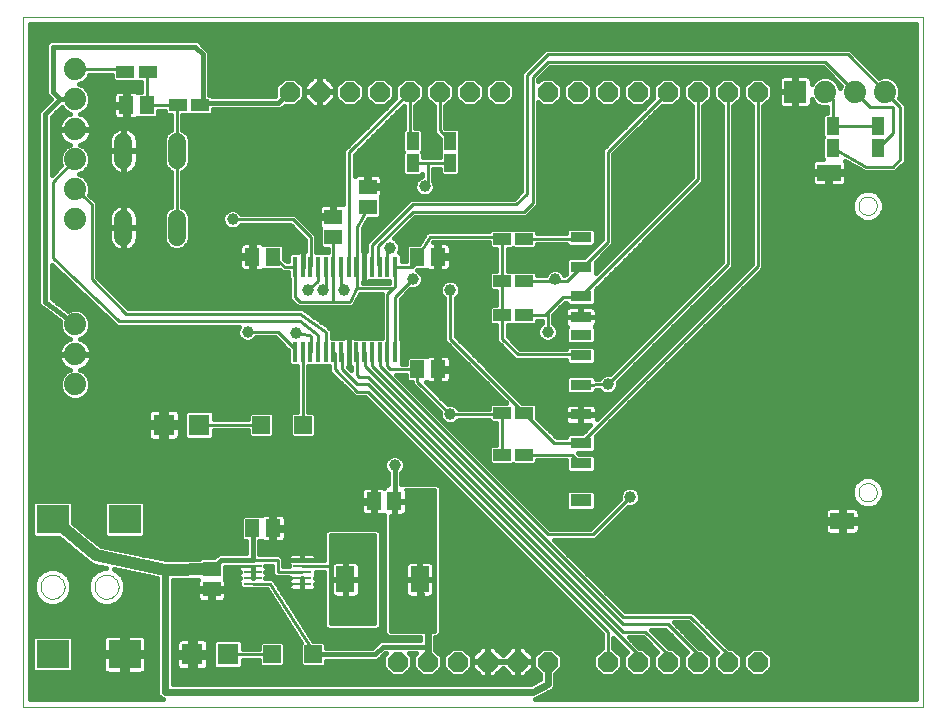
<source format=gtl>
G75*
%MOIN*%
%OFA0B0*%
%FSLAX24Y24*%
%IPPOS*%
%LPD*%
%AMOC8*
5,1,8,0,0,1.08239X$1,22.5*
%
%ADD10C,0.0000*%
%ADD11R,0.0512X0.0591*%
%ADD12R,0.0591X0.0512*%
%ADD13R,0.0740X0.0740*%
%ADD14C,0.0740*%
%ADD15R,0.0591X0.0866*%
%ADD16R,0.0591X0.0591*%
%ADD17R,0.0709X0.0709*%
%ADD18R,0.0591X0.0394*%
%ADD19R,0.0394X0.0591*%
%ADD20C,0.0600*%
%ADD21OC8,0.0660*%
%ADD22R,0.0170X0.0660*%
%ADD23R,0.0620X0.0110*%
%ADD24R,0.0709X0.0354*%
%ADD25R,0.0787X0.0551*%
%ADD26R,0.0709X0.0433*%
%ADD27R,0.1102X0.0945*%
%ADD28C,0.0160*%
%ADD29C,0.0100*%
%ADD30C,0.0396*%
%ADD31C,0.0240*%
%ADD32C,0.0400*%
D10*
X001109Y000100D02*
X001109Y023100D01*
X031109Y023100D01*
X031109Y000100D01*
X001109Y000100D01*
X001709Y004100D02*
X001711Y004140D01*
X001717Y004179D01*
X001727Y004218D01*
X001740Y004255D01*
X001758Y004291D01*
X001779Y004325D01*
X001803Y004357D01*
X001830Y004386D01*
X001860Y004413D01*
X001892Y004436D01*
X001927Y004456D01*
X001963Y004472D01*
X002001Y004485D01*
X002040Y004494D01*
X002079Y004499D01*
X002119Y004500D01*
X002159Y004497D01*
X002198Y004490D01*
X002236Y004479D01*
X002274Y004465D01*
X002309Y004446D01*
X002342Y004425D01*
X002374Y004400D01*
X002402Y004372D01*
X002428Y004342D01*
X002450Y004309D01*
X002469Y004274D01*
X002485Y004237D01*
X002497Y004199D01*
X002505Y004160D01*
X002509Y004120D01*
X002509Y004080D01*
X002505Y004040D01*
X002497Y004001D01*
X002485Y003963D01*
X002469Y003926D01*
X002450Y003891D01*
X002428Y003858D01*
X002402Y003828D01*
X002374Y003800D01*
X002342Y003775D01*
X002309Y003754D01*
X002274Y003735D01*
X002236Y003721D01*
X002198Y003710D01*
X002159Y003703D01*
X002119Y003700D01*
X002079Y003701D01*
X002040Y003706D01*
X002001Y003715D01*
X001963Y003728D01*
X001927Y003744D01*
X001892Y003764D01*
X001860Y003787D01*
X001830Y003814D01*
X001803Y003843D01*
X001779Y003875D01*
X001758Y003909D01*
X001740Y003945D01*
X001727Y003982D01*
X001717Y004021D01*
X001711Y004060D01*
X001709Y004100D01*
X003509Y004100D02*
X003511Y004140D01*
X003517Y004179D01*
X003527Y004218D01*
X003540Y004255D01*
X003558Y004291D01*
X003579Y004325D01*
X003603Y004357D01*
X003630Y004386D01*
X003660Y004413D01*
X003692Y004436D01*
X003727Y004456D01*
X003763Y004472D01*
X003801Y004485D01*
X003840Y004494D01*
X003879Y004499D01*
X003919Y004500D01*
X003959Y004497D01*
X003998Y004490D01*
X004036Y004479D01*
X004074Y004465D01*
X004109Y004446D01*
X004142Y004425D01*
X004174Y004400D01*
X004202Y004372D01*
X004228Y004342D01*
X004250Y004309D01*
X004269Y004274D01*
X004285Y004237D01*
X004297Y004199D01*
X004305Y004160D01*
X004309Y004120D01*
X004309Y004080D01*
X004305Y004040D01*
X004297Y004001D01*
X004285Y003963D01*
X004269Y003926D01*
X004250Y003891D01*
X004228Y003858D01*
X004202Y003828D01*
X004174Y003800D01*
X004142Y003775D01*
X004109Y003754D01*
X004074Y003735D01*
X004036Y003721D01*
X003998Y003710D01*
X003959Y003703D01*
X003919Y003700D01*
X003879Y003701D01*
X003840Y003706D01*
X003801Y003715D01*
X003763Y003728D01*
X003727Y003744D01*
X003692Y003764D01*
X003660Y003787D01*
X003630Y003814D01*
X003603Y003843D01*
X003579Y003875D01*
X003558Y003909D01*
X003540Y003945D01*
X003527Y003982D01*
X003517Y004021D01*
X003511Y004060D01*
X003509Y004100D01*
X028977Y007250D02*
X028979Y007285D01*
X028985Y007319D01*
X028995Y007352D01*
X029008Y007385D01*
X029025Y007415D01*
X029046Y007443D01*
X029069Y007469D01*
X029096Y007492D01*
X029124Y007511D01*
X029155Y007527D01*
X029188Y007540D01*
X029221Y007549D01*
X029256Y007554D01*
X029291Y007555D01*
X029325Y007552D01*
X029360Y007545D01*
X029393Y007534D01*
X029424Y007520D01*
X029454Y007502D01*
X029482Y007481D01*
X029507Y007456D01*
X029529Y007429D01*
X029548Y007400D01*
X029563Y007369D01*
X029575Y007336D01*
X029583Y007302D01*
X029587Y007267D01*
X029587Y007233D01*
X029583Y007198D01*
X029575Y007164D01*
X029563Y007131D01*
X029548Y007100D01*
X029529Y007071D01*
X029507Y007044D01*
X029482Y007019D01*
X029454Y006998D01*
X029424Y006980D01*
X029393Y006966D01*
X029360Y006955D01*
X029325Y006948D01*
X029291Y006945D01*
X029256Y006946D01*
X029221Y006951D01*
X029188Y006960D01*
X029155Y006973D01*
X029124Y006989D01*
X029096Y007008D01*
X029069Y007031D01*
X029046Y007057D01*
X029025Y007085D01*
X029008Y007115D01*
X028995Y007148D01*
X028985Y007181D01*
X028979Y007215D01*
X028977Y007250D01*
X028977Y016801D02*
X028979Y016836D01*
X028985Y016870D01*
X028995Y016903D01*
X029008Y016936D01*
X029025Y016966D01*
X029046Y016994D01*
X029069Y017020D01*
X029096Y017043D01*
X029124Y017062D01*
X029155Y017078D01*
X029188Y017091D01*
X029221Y017100D01*
X029256Y017105D01*
X029291Y017106D01*
X029325Y017103D01*
X029360Y017096D01*
X029393Y017085D01*
X029424Y017071D01*
X029454Y017053D01*
X029482Y017032D01*
X029507Y017007D01*
X029529Y016980D01*
X029548Y016951D01*
X029563Y016920D01*
X029575Y016887D01*
X029583Y016853D01*
X029587Y016818D01*
X029587Y016784D01*
X029583Y016749D01*
X029575Y016715D01*
X029563Y016682D01*
X029548Y016651D01*
X029529Y016622D01*
X029507Y016595D01*
X029482Y016570D01*
X029454Y016549D01*
X029424Y016531D01*
X029393Y016517D01*
X029360Y016506D01*
X029325Y016499D01*
X029291Y016496D01*
X029256Y016497D01*
X029221Y016502D01*
X029188Y016511D01*
X029155Y016524D01*
X029124Y016540D01*
X029096Y016559D01*
X029069Y016582D01*
X029046Y016608D01*
X029025Y016636D01*
X029008Y016666D01*
X028995Y016699D01*
X028985Y016732D01*
X028979Y016766D01*
X028977Y016801D01*
D11*
X014943Y015100D03*
X014274Y015100D03*
X009443Y015100D03*
X008774Y015100D03*
X014274Y011350D03*
X014943Y011350D03*
X013493Y006950D03*
X012824Y006950D03*
X009443Y006050D03*
X008774Y006050D03*
X005243Y020150D03*
X004574Y020150D03*
D12*
X011459Y016435D03*
X011459Y015765D03*
X012609Y016765D03*
X012609Y017435D03*
X007409Y004685D03*
X007409Y004015D03*
D13*
X026859Y020600D03*
D14*
X027859Y020600D03*
X028859Y020600D03*
X029859Y020600D03*
X002859Y020350D03*
X002859Y019350D03*
X002859Y018350D03*
X002859Y017350D03*
X002859Y016350D03*
X002859Y012850D03*
X002859Y011850D03*
X002859Y010850D03*
X002859Y021350D03*
D15*
X011868Y004350D03*
X014349Y004350D03*
D16*
X010797Y001850D03*
X009420Y001850D03*
X009070Y009500D03*
X010447Y009500D03*
D17*
X006999Y009500D03*
X005818Y009500D03*
X006768Y001850D03*
X007949Y001850D03*
D18*
X017088Y008500D03*
X017829Y008500D03*
X017829Y009900D03*
X017088Y009900D03*
X017088Y013150D03*
X017829Y013150D03*
X017829Y014300D03*
X017088Y014300D03*
X017088Y015700D03*
X017829Y015700D03*
X007029Y020150D03*
X006288Y020150D03*
X005279Y021250D03*
X004538Y021250D03*
D19*
X014109Y018970D03*
X014109Y018230D03*
X015359Y018230D03*
X015359Y018970D03*
X028109Y018730D03*
X028109Y019470D03*
X029609Y019470D03*
X029609Y018730D03*
D20*
X006249Y018930D02*
X006249Y018330D01*
X004469Y018330D02*
X004469Y018930D01*
X004469Y016370D02*
X004469Y015770D01*
X006249Y015770D02*
X006249Y016370D01*
D21*
X010009Y020600D03*
X011009Y020600D03*
X012009Y020600D03*
X013009Y020600D03*
X014009Y020600D03*
X015009Y020600D03*
X016009Y020600D03*
X017009Y020600D03*
X018609Y020600D03*
X019609Y020600D03*
X020609Y020600D03*
X021609Y020600D03*
X022609Y020600D03*
X023609Y020600D03*
X024609Y020600D03*
X025609Y020600D03*
X025609Y001600D03*
X024609Y001600D03*
X023609Y001600D03*
X022609Y001600D03*
X021609Y001600D03*
X020609Y001600D03*
X018609Y001600D03*
X017609Y001600D03*
X016609Y001600D03*
X015609Y001600D03*
X014609Y001600D03*
X013609Y001600D03*
D22*
X013522Y011926D03*
X013266Y011926D03*
X013010Y011926D03*
X012754Y011926D03*
X012498Y011926D03*
X012242Y011926D03*
X011986Y011926D03*
X011731Y011926D03*
X011475Y011926D03*
X011219Y011926D03*
X010963Y011926D03*
X010707Y011926D03*
X010451Y011926D03*
X010195Y011926D03*
X010195Y014774D03*
X010451Y014774D03*
X010707Y014774D03*
X010963Y014774D03*
X011219Y014774D03*
X011475Y014774D03*
X011731Y014774D03*
X011986Y014774D03*
X012242Y014774D03*
X012498Y014774D03*
X012754Y014774D03*
X013010Y014774D03*
X013266Y014774D03*
X013522Y014774D03*
D23*
X010434Y004994D03*
X010434Y004797D03*
X010434Y004600D03*
X010434Y004403D03*
X010434Y004206D03*
X008784Y004206D03*
X008784Y004403D03*
X008784Y004600D03*
X008784Y004797D03*
X008784Y004994D03*
D24*
X019715Y008222D03*
X019715Y008891D03*
X019715Y009844D03*
X019715Y010828D03*
X019715Y011813D03*
X019715Y012502D03*
X019715Y013092D03*
X019715Y013781D03*
X019715Y014765D03*
X019715Y015750D03*
D25*
X027983Y017907D03*
X028435Y006293D03*
D26*
X019715Y006982D03*
D27*
X004510Y006344D03*
X002109Y006344D03*
X002109Y001856D03*
X004510Y001856D03*
D28*
X004430Y001844D02*
X002800Y001844D01*
X002800Y002002D02*
X003779Y002002D01*
X003779Y001936D02*
X004430Y001936D01*
X004430Y002508D01*
X003935Y002508D01*
X003889Y002496D01*
X003848Y002472D01*
X003815Y002439D01*
X003791Y002398D01*
X003779Y002352D01*
X003779Y001936D01*
X003779Y001776D02*
X003779Y001360D01*
X003791Y001314D01*
X003815Y001273D01*
X003848Y001239D01*
X003889Y001216D01*
X003935Y001203D01*
X004430Y001203D01*
X004430Y001776D01*
X003779Y001776D01*
X003779Y001685D02*
X002800Y001685D01*
X002800Y001527D02*
X003779Y001527D01*
X003779Y001368D02*
X002800Y001368D01*
X002800Y001325D02*
X002718Y001243D01*
X001499Y001243D01*
X001417Y001325D01*
X001417Y002386D01*
X001499Y002468D01*
X002718Y002468D01*
X002800Y002386D01*
X002800Y001325D01*
X003913Y001210D02*
X001359Y001210D01*
X001359Y001368D02*
X001417Y001368D01*
X001417Y001527D02*
X001359Y001527D01*
X001359Y001685D02*
X001417Y001685D01*
X001417Y001844D02*
X001359Y001844D01*
X001359Y002002D02*
X001417Y002002D01*
X001417Y002161D02*
X001359Y002161D01*
X001359Y002319D02*
X001417Y002319D01*
X001359Y002478D02*
X003857Y002478D01*
X003779Y002319D02*
X002800Y002319D01*
X002800Y002161D02*
X003779Y002161D01*
X004430Y002161D02*
X004590Y002161D01*
X004590Y002319D02*
X004430Y002319D01*
X004430Y002478D02*
X004590Y002478D01*
X004590Y002508D02*
X005085Y002508D01*
X005131Y002496D01*
X005172Y002472D01*
X005205Y002439D01*
X005229Y002398D01*
X005241Y002352D01*
X005241Y001936D01*
X004590Y001936D01*
X004430Y001936D01*
X004430Y001776D01*
X004590Y001776D01*
X004590Y001936D01*
X004590Y002508D01*
X004590Y002002D02*
X004430Y002002D01*
X004590Y001844D02*
X005598Y001844D01*
X005598Y002002D02*
X005241Y002002D01*
X005241Y002161D02*
X005598Y002161D01*
X005598Y002319D02*
X005241Y002319D01*
X005163Y002478D02*
X005598Y002478D01*
X005598Y002636D02*
X001359Y002636D01*
X001359Y002795D02*
X005598Y002795D01*
X005598Y002953D02*
X001359Y002953D01*
X001359Y003112D02*
X005598Y003112D01*
X005598Y003270D02*
X001359Y003270D01*
X001359Y003429D02*
X005598Y003429D01*
X005598Y003587D02*
X004286Y003587D01*
X004265Y003566D02*
X004443Y003743D01*
X004539Y003975D01*
X004539Y004225D01*
X004443Y004457D01*
X004265Y004634D01*
X004163Y004676D01*
X005598Y004377D01*
X005598Y000548D01*
X005637Y000453D01*
X005711Y000380D01*
X005782Y000350D01*
X001359Y000350D01*
X001359Y022850D01*
X030879Y022850D01*
X030879Y000350D01*
X018190Y000350D01*
X018217Y000363D01*
X018256Y000380D01*
X018263Y000386D01*
X018717Y000613D01*
X018756Y000630D01*
X018763Y000636D01*
X018771Y000641D01*
X018799Y000673D01*
X018829Y000703D01*
X018833Y000712D01*
X018839Y000719D01*
X018852Y000759D01*
X018869Y000798D01*
X018869Y000808D01*
X018872Y000817D01*
X018869Y000859D01*
X018869Y001195D01*
X019079Y001405D01*
X019079Y001795D01*
X018803Y002070D01*
X018414Y002070D01*
X018139Y001795D01*
X018139Y001405D01*
X018349Y001195D01*
X018349Y001011D01*
X018047Y000860D01*
X006118Y000860D01*
X006118Y004332D01*
X006945Y004340D01*
X006933Y004295D01*
X006933Y004063D01*
X007361Y004063D01*
X007361Y003967D01*
X007456Y003967D01*
X007456Y003579D01*
X007727Y003579D01*
X007773Y003592D01*
X007814Y003615D01*
X007848Y003649D01*
X007872Y003690D01*
X007884Y003736D01*
X007884Y003967D01*
X007456Y003967D01*
X007456Y004063D01*
X007884Y004063D01*
X007884Y004295D01*
X007872Y004341D01*
X007848Y004382D01*
X007844Y004386D01*
X007844Y004774D01*
X008294Y004774D01*
X008294Y004718D01*
X008299Y004698D01*
X008294Y004679D01*
X008294Y004600D01*
X008294Y004521D01*
X008299Y004502D01*
X008294Y004482D01*
X008294Y004403D01*
X008294Y004324D01*
X008306Y004279D01*
X008329Y004238D01*
X008334Y004234D01*
X008334Y004093D01*
X008416Y004011D01*
X008704Y004011D01*
X008705Y004010D01*
X009254Y004010D01*
X010390Y002231D01*
X010362Y002203D01*
X010362Y001497D01*
X010444Y001415D01*
X011151Y001415D01*
X011233Y001497D01*
X011233Y001630D01*
X012950Y001630D01*
X013200Y001880D01*
X013224Y001880D01*
X013139Y001795D01*
X013139Y001405D01*
X013414Y001130D01*
X013803Y001130D01*
X014079Y001405D01*
X014079Y001795D01*
X013993Y001880D01*
X014224Y001880D01*
X014139Y001795D01*
X014139Y001405D01*
X014414Y001130D01*
X014803Y001130D01*
X015079Y001405D01*
X015079Y001795D01*
X014869Y002005D01*
X014869Y002410D01*
X014937Y002410D01*
X015049Y002521D01*
X015049Y007429D01*
X014937Y007540D01*
X013729Y007540D01*
X013729Y007892D01*
X013795Y007958D01*
X013847Y008083D01*
X013847Y008217D01*
X013795Y008342D01*
X014598Y008342D01*
X014756Y008184D02*
X013847Y008184D01*
X013823Y008025D02*
X014915Y008025D01*
X015073Y007867D02*
X013729Y007867D01*
X013729Y007708D02*
X015232Y007708D01*
X015390Y007550D02*
X013729Y007550D01*
X013289Y007550D02*
X001359Y007550D01*
X001359Y007708D02*
X013289Y007708D01*
X013289Y007867D02*
X001359Y007867D01*
X001359Y008025D02*
X013194Y008025D01*
X013170Y008083D02*
X013222Y007958D01*
X013289Y007892D01*
X013289Y007540D01*
X013280Y007540D01*
X013169Y007429D01*
X013169Y007402D01*
X013149Y007413D01*
X013103Y007425D01*
X012872Y007425D01*
X012872Y006998D01*
X012776Y006998D01*
X012776Y007425D01*
X012544Y007425D01*
X012498Y007413D01*
X012457Y007389D01*
X012424Y007356D01*
X012400Y007315D01*
X012388Y007269D01*
X012388Y006998D01*
X012776Y006998D01*
X012776Y006902D01*
X012872Y006902D01*
X012872Y006475D01*
X013103Y006475D01*
X013149Y006487D01*
X013169Y006498D01*
X013169Y002521D01*
X013280Y002410D01*
X014349Y002410D01*
X014349Y002320D01*
X013017Y002320D01*
X012889Y002191D01*
X012767Y002070D01*
X011233Y002070D01*
X011233Y002203D01*
X011151Y002285D01*
X010806Y002285D01*
X009549Y004255D01*
X009549Y004279D01*
X009508Y004320D01*
X009476Y004369D01*
X009454Y004374D01*
X009437Y004390D01*
X009379Y004390D01*
X009323Y004402D01*
X009303Y004390D01*
X009274Y004390D01*
X009274Y004403D01*
X009206Y004403D01*
X009206Y004403D01*
X009274Y004403D01*
X009274Y004482D01*
X009268Y004502D01*
X009274Y004521D01*
X009274Y004600D01*
X009274Y004679D01*
X009268Y004698D01*
X009274Y004718D01*
X009274Y004797D01*
X009274Y004804D01*
X009419Y004804D01*
X009419Y004521D01*
X009530Y004410D01*
X009944Y004410D01*
X009944Y004403D01*
X009944Y004324D01*
X009949Y004305D01*
X009944Y004285D01*
X009944Y004206D01*
X009944Y004128D01*
X009956Y004082D01*
X009979Y004041D01*
X010013Y004007D01*
X010054Y003984D01*
X010100Y003971D01*
X010433Y003971D01*
X010433Y004206D01*
X010434Y004206D01*
X010434Y003971D01*
X010767Y003971D01*
X010813Y003984D01*
X010854Y004007D01*
X010888Y004041D01*
X010911Y004082D01*
X010924Y004128D01*
X010924Y004206D01*
X010856Y004206D01*
X010856Y004206D01*
X010924Y004206D01*
X010924Y004285D01*
X010918Y004305D01*
X010924Y004324D01*
X010924Y004403D01*
X010856Y004403D01*
X010924Y004403D01*
X010924Y004482D01*
X010911Y004528D01*
X010888Y004569D01*
X010884Y004573D01*
X010884Y004607D01*
X011169Y004607D01*
X011169Y002771D01*
X011280Y002660D01*
X012937Y002660D01*
X013049Y002771D01*
X013049Y005929D01*
X012937Y006040D01*
X011280Y006040D01*
X011169Y005929D01*
X011169Y004987D01*
X010924Y004987D01*
X010924Y004994D01*
X010924Y005072D01*
X010911Y005118D01*
X010888Y005159D01*
X010854Y005193D01*
X010813Y005216D01*
X010767Y005229D01*
X010434Y005229D01*
X010434Y004994D01*
X010924Y004994D01*
X010434Y004994D01*
X010434Y004994D01*
X010433Y004994D01*
X010433Y004994D01*
X009944Y004994D01*
X009944Y005072D01*
X009956Y005118D01*
X009979Y005159D01*
X010013Y005193D01*
X010054Y005216D01*
X010100Y005229D01*
X010433Y005229D01*
X010433Y004994D01*
X009944Y004994D01*
X009944Y004915D01*
X009956Y004869D01*
X009979Y004828D01*
X009984Y004824D01*
X009984Y004790D01*
X009799Y004790D01*
X009799Y005072D01*
X009687Y005184D01*
X009156Y005184D01*
X009151Y005189D01*
X009004Y005189D01*
X009004Y005615D01*
X009073Y005615D01*
X009077Y005611D01*
X009118Y005587D01*
X009164Y005575D01*
X009395Y005575D01*
X009395Y006002D01*
X009491Y006002D01*
X009491Y005575D01*
X009723Y005575D01*
X009769Y005587D01*
X009810Y005611D01*
X009843Y005644D01*
X009867Y005685D01*
X009879Y005731D01*
X009879Y006002D01*
X009491Y006002D01*
X009491Y006098D01*
X009395Y006098D01*
X009395Y006525D01*
X009164Y006525D01*
X009118Y006513D01*
X009077Y006489D01*
X009073Y006485D01*
X008460Y006485D01*
X008378Y006403D01*
X008378Y005697D01*
X008460Y005615D01*
X008564Y005615D01*
X008564Y005214D01*
X007626Y005214D01*
X007493Y005081D01*
X007055Y005081D01*
X006995Y005021D01*
X005891Y005010D01*
X003710Y005466D01*
X002800Y006215D01*
X002800Y006875D01*
X002718Y006957D01*
X001499Y006957D01*
X001417Y006875D01*
X001417Y005814D01*
X001499Y005732D01*
X002317Y005732D01*
X003302Y004920D01*
X003311Y004907D01*
X003354Y004878D01*
X003395Y004845D01*
X003410Y004840D01*
X003423Y004831D01*
X003474Y004820D01*
X003524Y004805D01*
X003540Y004807D01*
X003906Y004730D01*
X003783Y004730D01*
X003552Y004634D01*
X003374Y004457D01*
X003279Y004225D01*
X003279Y003975D01*
X003374Y003743D01*
X003552Y003566D01*
X003783Y003470D01*
X004034Y003470D01*
X004265Y003566D01*
X004444Y003746D02*
X005598Y003746D01*
X005598Y003904D02*
X004509Y003904D01*
X004539Y004063D02*
X005598Y004063D01*
X005598Y004221D02*
X004539Y004221D01*
X004475Y004380D02*
X005584Y004380D01*
X006118Y004221D02*
X006933Y004221D01*
X006933Y003967D02*
X006933Y003736D01*
X006945Y003690D01*
X006969Y003649D01*
X007003Y003615D01*
X007044Y003592D01*
X007090Y003579D01*
X007361Y003579D01*
X007361Y003967D01*
X006933Y003967D01*
X006933Y003904D02*
X006118Y003904D01*
X006118Y003746D02*
X006933Y003746D01*
X007061Y003587D02*
X006118Y003587D01*
X006118Y003429D02*
X009626Y003429D01*
X009524Y003587D02*
X007756Y003587D01*
X007884Y003746D02*
X009423Y003746D01*
X009322Y003904D02*
X007884Y003904D01*
X007456Y004063D02*
X008364Y004063D01*
X008334Y004221D02*
X007884Y004221D01*
X007849Y004380D02*
X008294Y004380D01*
X008294Y004403D02*
X008361Y004403D01*
X008361Y004403D01*
X008294Y004403D01*
X008294Y004538D02*
X007844Y004538D01*
X007844Y004697D02*
X008298Y004697D01*
X008294Y004600D02*
X008361Y004600D01*
X008361Y004600D01*
X008361Y004600D01*
X008294Y004600D01*
X008783Y004600D02*
X008783Y004403D01*
X008784Y004403D01*
X008784Y004600D01*
X008784Y004774D01*
X008783Y004774D01*
X008783Y004600D01*
X008784Y004600D01*
X008783Y004600D01*
X008783Y004538D02*
X008784Y004538D01*
X008783Y004697D02*
X008784Y004697D01*
X008784Y004994D02*
X007718Y004994D01*
X007409Y004685D01*
X007585Y005172D02*
X005116Y005172D01*
X005119Y005732D02*
X005201Y005814D01*
X005201Y006875D01*
X005119Y006957D01*
X003901Y006957D01*
X003819Y006875D01*
X003819Y005814D01*
X003901Y005732D01*
X005119Y005732D01*
X005194Y005806D02*
X008378Y005806D01*
X008378Y005965D02*
X005201Y005965D01*
X005201Y006123D02*
X008378Y006123D01*
X008378Y006282D02*
X005201Y006282D01*
X005201Y006440D02*
X008415Y006440D01*
X008774Y006050D02*
X008784Y006050D01*
X008784Y004994D01*
X009004Y005331D02*
X011169Y005331D01*
X011169Y005489D02*
X009004Y005489D01*
X009395Y005648D02*
X009491Y005648D01*
X009491Y005806D02*
X009395Y005806D01*
X009395Y005965D02*
X009491Y005965D01*
X009491Y006098D02*
X009879Y006098D01*
X009879Y006369D01*
X009867Y006415D01*
X009843Y006456D01*
X009810Y006489D01*
X009769Y006513D01*
X009723Y006525D01*
X009491Y006525D01*
X009491Y006098D01*
X009491Y006123D02*
X009395Y006123D01*
X009395Y006282D02*
X009491Y006282D01*
X009491Y006440D02*
X009395Y006440D01*
X009852Y006440D02*
X013169Y006440D01*
X013169Y006282D02*
X009879Y006282D01*
X009879Y006123D02*
X013169Y006123D01*
X013169Y005965D02*
X013013Y005965D01*
X013049Y005806D02*
X013169Y005806D01*
X013169Y005648D02*
X013049Y005648D01*
X013049Y005489D02*
X013169Y005489D01*
X013169Y005331D02*
X013049Y005331D01*
X013049Y005172D02*
X013169Y005172D01*
X013169Y005014D02*
X013049Y005014D01*
X013049Y004855D02*
X013169Y004855D01*
X013169Y004697D02*
X013049Y004697D01*
X013049Y004538D02*
X013169Y004538D01*
X013169Y004380D02*
X013049Y004380D01*
X013049Y004221D02*
X013169Y004221D01*
X013169Y004063D02*
X013049Y004063D01*
X013049Y003904D02*
X013169Y003904D01*
X013169Y003746D02*
X013049Y003746D01*
X013049Y003587D02*
X013169Y003587D01*
X013169Y003429D02*
X013049Y003429D01*
X013049Y003270D02*
X013169Y003270D01*
X013169Y003112D02*
X013049Y003112D01*
X013049Y002953D02*
X013169Y002953D01*
X013169Y002795D02*
X013049Y002795D01*
X013169Y002636D02*
X010582Y002636D01*
X010481Y002795D02*
X011169Y002795D01*
X011169Y002953D02*
X010380Y002953D01*
X010279Y003112D02*
X011169Y003112D01*
X011169Y003270D02*
X010178Y003270D01*
X010076Y003429D02*
X011169Y003429D01*
X011169Y003587D02*
X009975Y003587D01*
X009874Y003746D02*
X011169Y003746D01*
X011169Y003904D02*
X009773Y003904D01*
X009672Y004063D02*
X009967Y004063D01*
X009944Y004206D02*
X010011Y004206D01*
X010011Y004206D01*
X009944Y004206D01*
X009944Y004221D02*
X009571Y004221D01*
X009448Y004380D02*
X009944Y004380D01*
X009944Y004403D02*
X010011Y004403D01*
X010011Y004403D01*
X009944Y004403D01*
X010433Y004403D02*
X010434Y004403D01*
X010434Y004206D01*
X010433Y004206D01*
X010433Y004403D01*
X010433Y004380D02*
X010434Y004380D01*
X010433Y004221D02*
X010434Y004221D01*
X010433Y004063D02*
X010434Y004063D01*
X010900Y004063D02*
X011169Y004063D01*
X011169Y004221D02*
X010924Y004221D01*
X010924Y004380D02*
X011169Y004380D01*
X011169Y004538D02*
X010905Y004538D01*
X010856Y004403D02*
X010856Y004403D01*
X009964Y004855D02*
X009799Y004855D01*
X009799Y005014D02*
X009944Y005014D01*
X009992Y005172D02*
X009699Y005172D01*
X009845Y005648D02*
X011169Y005648D01*
X011169Y005806D02*
X009879Y005806D01*
X009879Y005965D02*
X011204Y005965D01*
X011169Y005172D02*
X010875Y005172D01*
X010924Y005014D02*
X011169Y005014D01*
X010434Y005014D02*
X010433Y005014D01*
X010433Y005172D02*
X010434Y005172D01*
X009419Y004697D02*
X009269Y004697D01*
X009274Y004600D02*
X009206Y004600D01*
X009206Y004600D01*
X009206Y004600D01*
X009274Y004600D01*
X009274Y004538D02*
X009419Y004538D01*
X009274Y004797D02*
X009206Y004797D01*
X009274Y004797D01*
X009206Y004797D02*
X009206Y004797D01*
X008564Y005331D02*
X004357Y005331D01*
X003682Y005489D02*
X008564Y005489D01*
X008427Y005648D02*
X003489Y005648D01*
X003297Y005806D02*
X003827Y005806D01*
X003819Y005965D02*
X003104Y005965D01*
X002912Y006123D02*
X003819Y006123D01*
X003819Y006282D02*
X002800Y006282D01*
X002800Y006440D02*
X003819Y006440D01*
X003819Y006599D02*
X002800Y006599D01*
X002800Y006757D02*
X003819Y006757D01*
X003860Y006916D02*
X002759Y006916D01*
X001458Y006916D02*
X001359Y006916D01*
X001359Y007074D02*
X012388Y007074D01*
X012388Y007233D02*
X001359Y007233D01*
X001359Y007391D02*
X012460Y007391D01*
X012776Y007391D02*
X012872Y007391D01*
X012872Y007233D02*
X012776Y007233D01*
X012776Y007074D02*
X012872Y007074D01*
X012776Y006916D02*
X005160Y006916D01*
X005201Y006757D02*
X012388Y006757D01*
X012388Y006631D02*
X012388Y006902D01*
X012776Y006902D01*
X012776Y006475D01*
X012544Y006475D01*
X012498Y006487D01*
X012457Y006511D01*
X012424Y006544D01*
X012400Y006585D01*
X012388Y006631D01*
X012397Y006599D02*
X005201Y006599D01*
X005875Y005014D02*
X006250Y005014D01*
X006118Y004063D02*
X007361Y004063D01*
X007361Y003904D02*
X007456Y003904D01*
X007456Y003746D02*
X007361Y003746D01*
X007361Y003587D02*
X007456Y003587D01*
X006118Y003270D02*
X009727Y003270D01*
X009828Y003112D02*
X006118Y003112D01*
X006118Y002953D02*
X009929Y002953D01*
X010030Y002795D02*
X006118Y002795D01*
X006118Y002636D02*
X010131Y002636D01*
X010233Y002478D02*
X006118Y002478D01*
X006118Y002319D02*
X006274Y002319D01*
X006270Y002315D02*
X006246Y002274D01*
X006234Y002228D01*
X006234Y001930D01*
X006688Y001930D01*
X006688Y001770D01*
X006234Y001770D01*
X006234Y001472D01*
X006246Y001426D01*
X006270Y001385D01*
X006303Y001352D01*
X006345Y001328D01*
X006390Y001316D01*
X006688Y001316D01*
X006688Y001770D01*
X006848Y001770D01*
X006848Y001316D01*
X007146Y001316D01*
X007192Y001328D01*
X007233Y001352D01*
X007267Y001385D01*
X007290Y001426D01*
X007303Y001472D01*
X007303Y001770D01*
X006848Y001770D01*
X006848Y001930D01*
X006688Y001930D01*
X006688Y002384D01*
X006390Y002384D01*
X006345Y002372D01*
X006303Y002348D01*
X006270Y002315D01*
X006234Y002161D02*
X006118Y002161D01*
X006118Y002002D02*
X006234Y002002D01*
X006118Y001844D02*
X006688Y001844D01*
X006688Y002002D02*
X006848Y002002D01*
X006848Y001930D02*
X006848Y002384D01*
X007146Y002384D01*
X007192Y002372D01*
X007233Y002348D01*
X007267Y002315D01*
X007290Y002274D01*
X007303Y002228D01*
X007303Y001930D01*
X006848Y001930D01*
X006848Y001844D02*
X007454Y001844D01*
X007454Y002002D02*
X007303Y002002D01*
X007303Y002161D02*
X007454Y002161D01*
X007454Y002262D02*
X007454Y001438D01*
X007536Y001356D01*
X008361Y001356D01*
X008443Y001438D01*
X008443Y001660D01*
X008984Y001660D01*
X008984Y001497D01*
X009066Y001415D01*
X009773Y001415D01*
X009855Y001497D01*
X009855Y002203D01*
X009773Y002285D01*
X009066Y002285D01*
X008984Y002203D01*
X008984Y002040D01*
X008443Y002040D01*
X008443Y002262D01*
X008361Y002344D01*
X007536Y002344D01*
X007454Y002262D01*
X007511Y002319D02*
X007263Y002319D01*
X006848Y002319D02*
X006688Y002319D01*
X006688Y002161D02*
X006848Y002161D01*
X006848Y001685D02*
X006688Y001685D01*
X006688Y001527D02*
X006848Y001527D01*
X006848Y001368D02*
X006688Y001368D01*
X006287Y001368D02*
X006118Y001368D01*
X006118Y001210D02*
X013334Y001210D01*
X013176Y001368D02*
X008373Y001368D01*
X008443Y001527D02*
X008984Y001527D01*
X009855Y001527D02*
X010362Y001527D01*
X010362Y001685D02*
X009855Y001685D01*
X009855Y001844D02*
X010362Y001844D01*
X010362Y002002D02*
X009855Y002002D01*
X009855Y002161D02*
X010362Y002161D01*
X010334Y002319D02*
X008386Y002319D01*
X008443Y002161D02*
X008984Y002161D01*
X007454Y001685D02*
X007303Y001685D01*
X007303Y001527D02*
X007454Y001527D01*
X007524Y001368D02*
X007250Y001368D01*
X006234Y001527D02*
X006118Y001527D01*
X006118Y001685D02*
X006234Y001685D01*
X005598Y001685D02*
X005241Y001685D01*
X005241Y001776D02*
X004590Y001776D01*
X004590Y001203D01*
X005085Y001203D01*
X005131Y001216D01*
X005172Y001239D01*
X005205Y001273D01*
X005229Y001314D01*
X005241Y001360D01*
X005241Y001776D01*
X005241Y001527D02*
X005598Y001527D01*
X005598Y001368D02*
X005241Y001368D01*
X005107Y001210D02*
X005598Y001210D01*
X005598Y001051D02*
X001359Y001051D01*
X001359Y000893D02*
X005598Y000893D01*
X005598Y000734D02*
X001359Y000734D01*
X001359Y000576D02*
X005598Y000576D01*
X005673Y000417D02*
X001359Y000417D01*
X004430Y001210D02*
X004590Y001210D01*
X004590Y001368D02*
X004430Y001368D01*
X004430Y001527D02*
X004590Y001527D01*
X004590Y001685D02*
X004430Y001685D01*
X006118Y001051D02*
X018349Y001051D01*
X018334Y001210D02*
X017939Y001210D01*
X017820Y001090D02*
X018119Y001389D01*
X018119Y001582D01*
X017627Y001582D01*
X017627Y001618D01*
X018119Y001618D01*
X018119Y001811D01*
X017820Y002110D01*
X017627Y002110D01*
X017627Y001618D01*
X017590Y001618D01*
X017590Y001582D01*
X016627Y001582D01*
X016627Y001618D01*
X017119Y001618D01*
X017590Y001618D01*
X017590Y002110D01*
X017397Y002110D01*
X017109Y001821D01*
X016820Y002110D01*
X016627Y002110D01*
X016627Y001618D01*
X016590Y001618D01*
X016590Y001582D01*
X016099Y001582D01*
X016099Y001389D01*
X016397Y001090D01*
X016590Y001090D01*
X016590Y001582D01*
X016627Y001582D01*
X016627Y001090D01*
X016820Y001090D01*
X017109Y001379D01*
X017397Y001090D01*
X017590Y001090D01*
X017590Y001582D01*
X017627Y001582D01*
X017627Y001090D01*
X017820Y001090D01*
X017627Y001210D02*
X017590Y001210D01*
X017590Y001368D02*
X017627Y001368D01*
X017627Y001527D02*
X017590Y001527D01*
X017590Y001685D02*
X017627Y001685D01*
X017627Y001844D02*
X017590Y001844D01*
X017590Y002002D02*
X017627Y002002D01*
X017928Y002002D02*
X018346Y002002D01*
X018187Y001844D02*
X018086Y001844D01*
X018119Y001685D02*
X018139Y001685D01*
X018139Y001527D02*
X018119Y001527D01*
X018098Y001368D02*
X018176Y001368D01*
X018112Y000893D02*
X006118Y000893D01*
X002465Y003566D02*
X002234Y003470D01*
X001983Y003470D01*
X001752Y003566D01*
X001574Y003743D01*
X001479Y003975D01*
X001479Y004225D01*
X001574Y004457D01*
X001752Y004634D01*
X001983Y004730D01*
X002234Y004730D01*
X002465Y004634D01*
X002643Y004457D01*
X002739Y004225D01*
X002739Y003975D01*
X002643Y003743D01*
X002465Y003566D01*
X002486Y003587D02*
X003531Y003587D01*
X003373Y003746D02*
X002644Y003746D01*
X002709Y003904D02*
X003308Y003904D01*
X003279Y004063D02*
X002739Y004063D01*
X002739Y004221D02*
X003279Y004221D01*
X003342Y004380D02*
X002675Y004380D01*
X002561Y004538D02*
X003456Y004538D01*
X003702Y004697D02*
X002315Y004697D01*
X001902Y004697D02*
X001359Y004697D01*
X001359Y004855D02*
X003382Y004855D01*
X003189Y005014D02*
X001359Y005014D01*
X001359Y005172D02*
X002997Y005172D01*
X002804Y005331D02*
X001359Y005331D01*
X001359Y005489D02*
X002612Y005489D01*
X002420Y005648D02*
X001359Y005648D01*
X001359Y005806D02*
X001425Y005806D01*
X001417Y005965D02*
X001359Y005965D01*
X001359Y006123D02*
X001417Y006123D01*
X001417Y006282D02*
X001359Y006282D01*
X001359Y006440D02*
X001417Y006440D01*
X001417Y006599D02*
X001359Y006599D01*
X001359Y006757D02*
X001417Y006757D01*
X001359Y008184D02*
X013170Y008184D01*
X013170Y008217D02*
X013170Y008083D01*
X013170Y008217D02*
X013222Y008342D01*
X001359Y008342D01*
X001359Y008501D02*
X014439Y008501D01*
X014281Y008659D02*
X001359Y008659D01*
X001359Y008818D02*
X014122Y008818D01*
X013964Y008976D02*
X006235Y008976D01*
X006242Y008978D02*
X006283Y009002D01*
X006317Y009035D01*
X006340Y009076D01*
X006353Y009122D01*
X006353Y009420D01*
X005898Y009420D01*
X005898Y008966D01*
X006196Y008966D01*
X006242Y008978D01*
X006353Y009135D02*
X006504Y009135D01*
X006504Y009088D02*
X006586Y009006D01*
X007411Y009006D01*
X007493Y009088D01*
X007493Y009310D01*
X008634Y009310D01*
X008634Y009147D01*
X008716Y009065D01*
X009423Y009065D01*
X009505Y009147D01*
X009505Y009853D01*
X009423Y009935D01*
X008716Y009935D01*
X008634Y009853D01*
X008634Y009690D01*
X007493Y009690D01*
X007493Y009912D01*
X007411Y009994D01*
X006586Y009994D01*
X006504Y009912D01*
X006504Y009088D01*
X006504Y009293D02*
X006353Y009293D01*
X006504Y009452D02*
X005898Y009452D01*
X005898Y009420D02*
X005898Y009580D01*
X005738Y009580D01*
X005738Y009420D01*
X005284Y009420D01*
X005284Y009122D01*
X005296Y009076D01*
X005320Y009035D01*
X005353Y009002D01*
X005395Y008978D01*
X005440Y008966D01*
X005738Y008966D01*
X005738Y009420D01*
X005898Y009420D01*
X005898Y009293D02*
X005738Y009293D01*
X005738Y009135D02*
X005898Y009135D01*
X005898Y008976D02*
X005738Y008976D01*
X005402Y008976D02*
X001359Y008976D01*
X001359Y009135D02*
X005284Y009135D01*
X005284Y009293D02*
X001359Y009293D01*
X001359Y009452D02*
X005738Y009452D01*
X005738Y009580D02*
X005284Y009580D01*
X005284Y009878D01*
X005296Y009924D01*
X005320Y009965D01*
X005353Y009998D01*
X005395Y010022D01*
X005440Y010034D01*
X005738Y010034D01*
X005738Y009580D01*
X005738Y009610D02*
X005898Y009610D01*
X005898Y009580D02*
X005898Y010034D01*
X006196Y010034D01*
X006242Y010022D01*
X006283Y009998D01*
X006317Y009965D01*
X006340Y009924D01*
X006353Y009878D01*
X006353Y009580D01*
X005898Y009580D01*
X005898Y009769D02*
X005738Y009769D01*
X005738Y009927D02*
X005898Y009927D01*
X006339Y009927D02*
X006519Y009927D01*
X006504Y009769D02*
X006353Y009769D01*
X006353Y009610D02*
X006504Y009610D01*
X007493Y009769D02*
X008634Y009769D01*
X008708Y009927D02*
X007478Y009927D01*
X007493Y009293D02*
X008634Y009293D01*
X008646Y009135D02*
X007493Y009135D01*
X009493Y009135D02*
X010024Y009135D01*
X010012Y009147D02*
X010094Y009065D01*
X010801Y009065D01*
X010883Y009147D01*
X010883Y009853D01*
X010801Y009935D01*
X010638Y009935D01*
X010641Y011053D01*
X010641Y011131D01*
X010641Y011210D01*
X010641Y011456D01*
X011319Y011456D01*
X011319Y011271D01*
X011430Y011160D01*
X012180Y010410D01*
X012530Y010410D01*
X020419Y002521D01*
X020419Y002070D01*
X020414Y002070D01*
X020139Y001795D01*
X020139Y001405D01*
X020414Y001130D01*
X020803Y001130D01*
X021079Y001405D01*
X021079Y001795D01*
X020803Y002070D01*
X020799Y002070D01*
X020799Y002391D01*
X021267Y001923D01*
X021139Y001795D01*
X021139Y001405D01*
X021414Y001130D01*
X021803Y001130D01*
X022079Y001405D01*
X022079Y001795D01*
X021803Y002070D01*
X021657Y002070D01*
X021317Y002410D01*
X021780Y002410D01*
X022267Y001923D01*
X022139Y001795D01*
X022139Y001405D01*
X022414Y001130D01*
X022803Y001130D01*
X023079Y001405D01*
X023079Y001795D01*
X022803Y002070D01*
X022657Y002070D01*
X022067Y002660D01*
X022530Y002660D01*
X023267Y001923D01*
X023139Y001795D01*
X023139Y001405D01*
X023414Y001130D01*
X023803Y001130D01*
X024079Y001405D01*
X024079Y001795D01*
X023803Y002070D01*
X023657Y002070D01*
X022817Y002910D01*
X023280Y002910D01*
X024267Y001923D01*
X024139Y001795D01*
X024139Y001405D01*
X024414Y001130D01*
X024803Y001130D01*
X025079Y001405D01*
X025079Y001795D01*
X024803Y002070D01*
X024657Y002070D01*
X023549Y003179D01*
X023437Y003290D01*
X021187Y003290D01*
X018817Y005660D01*
X020187Y005660D01*
X021290Y006763D01*
X021291Y006762D01*
X021426Y006762D01*
X021550Y006813D01*
X021645Y006908D01*
X021697Y007033D01*
X021697Y007167D01*
X021645Y007292D01*
X021550Y007387D01*
X021426Y007438D01*
X021291Y007438D01*
X021167Y007387D01*
X021072Y007292D01*
X021020Y007167D01*
X021020Y007033D01*
X021021Y007031D01*
X020030Y006040D01*
X018687Y006040D01*
X013567Y011160D01*
X013878Y011160D01*
X013878Y010997D01*
X013960Y010915D01*
X014084Y010915D01*
X014084Y010856D01*
X014195Y010745D01*
X015021Y009919D01*
X015020Y009917D01*
X015020Y009783D01*
X015072Y009658D01*
X015167Y009563D01*
X015291Y009512D01*
X015426Y009512D01*
X015550Y009563D01*
X015645Y009658D01*
X015646Y009660D01*
X016653Y009660D01*
X016653Y009645D01*
X016735Y009563D01*
X016898Y009563D01*
X016898Y008837D01*
X016735Y008837D01*
X016653Y008755D01*
X016653Y008245D01*
X016735Y008163D01*
X017442Y008163D01*
X017459Y008180D01*
X017475Y008163D01*
X018182Y008163D01*
X018264Y008245D01*
X018264Y008310D01*
X019220Y008310D01*
X019220Y007987D01*
X019302Y007905D01*
X020127Y007905D01*
X020209Y007987D01*
X020209Y008457D01*
X020127Y008539D01*
X019666Y008539D01*
X019631Y008574D01*
X020127Y008574D01*
X020209Y008656D01*
X020209Y009117D01*
X025799Y014706D01*
X025799Y020130D01*
X025803Y020130D01*
X026079Y020405D01*
X026079Y020795D01*
X025803Y021070D01*
X025414Y021070D01*
X025139Y020795D01*
X025139Y020405D01*
X025414Y020130D01*
X025419Y020130D01*
X025419Y014864D01*
X020249Y009694D01*
X020249Y009836D01*
X019723Y009836D01*
X019723Y009487D01*
X020042Y009487D01*
X019763Y009209D01*
X019302Y009209D01*
X019220Y009126D01*
X019220Y009081D01*
X018916Y009081D01*
X018264Y009733D01*
X018264Y010155D01*
X018182Y010237D01*
X017760Y010237D01*
X015549Y012449D01*
X015549Y013713D01*
X015550Y013713D01*
X015645Y013808D01*
X015697Y013933D01*
X015697Y014067D01*
X015645Y014192D01*
X015550Y014287D01*
X015426Y014338D01*
X015291Y014338D01*
X015167Y014287D01*
X015072Y014192D01*
X015020Y014067D01*
X015020Y013933D01*
X015072Y013808D01*
X015167Y013713D01*
X015169Y013713D01*
X015169Y012291D01*
X017223Y010237D01*
X016735Y010237D01*
X016653Y010155D01*
X016653Y010040D01*
X015646Y010040D01*
X015645Y010042D01*
X015550Y010137D01*
X015426Y010188D01*
X015291Y010188D01*
X015290Y010187D01*
X014562Y010915D01*
X014573Y010915D01*
X014577Y010911D01*
X014618Y010887D01*
X014664Y010875D01*
X014895Y010875D01*
X014895Y011302D01*
X014991Y011302D01*
X014991Y010875D01*
X015223Y010875D01*
X015269Y010887D01*
X015310Y010911D01*
X015343Y010944D01*
X015367Y010985D01*
X015379Y011031D01*
X015379Y011302D01*
X014991Y011302D01*
X014991Y011398D01*
X014895Y011398D01*
X014895Y011825D01*
X014664Y011825D01*
X014618Y011813D01*
X014577Y011789D01*
X014573Y011785D01*
X013960Y011785D01*
X013878Y011703D01*
X013878Y011540D01*
X013747Y011540D01*
X013747Y012314D01*
X013712Y012349D01*
X013712Y013685D01*
X014040Y014013D01*
X014041Y014012D01*
X014176Y014012D01*
X014300Y014063D01*
X014395Y014158D01*
X014447Y014283D01*
X014447Y014417D01*
X014395Y014542D01*
X014300Y014637D01*
X014268Y014650D01*
X014275Y014663D01*
X014277Y014665D01*
X014573Y014665D01*
X014577Y014661D01*
X014618Y014637D01*
X014664Y014625D01*
X014895Y014625D01*
X014895Y015052D01*
X014991Y015052D01*
X014991Y014625D01*
X015223Y014625D01*
X015269Y014637D01*
X015310Y014661D01*
X015343Y014694D01*
X015367Y014735D01*
X015379Y014781D01*
X015379Y015052D01*
X014991Y015052D01*
X014991Y015148D01*
X014895Y015148D01*
X014895Y015575D01*
X014795Y015575D01*
X014795Y015575D01*
X016653Y015575D01*
X016653Y015445D01*
X016735Y015363D01*
X016898Y015363D01*
X016898Y014637D01*
X016735Y014637D01*
X016653Y014555D01*
X016653Y014045D01*
X016735Y013963D01*
X016898Y013963D01*
X016898Y013487D01*
X016735Y013487D01*
X016653Y013405D01*
X016653Y012895D01*
X016735Y012813D01*
X016898Y012813D01*
X016898Y012291D01*
X017419Y011771D01*
X017530Y011660D01*
X019220Y011660D01*
X019220Y011577D01*
X019302Y011495D01*
X020127Y011495D01*
X020209Y011577D01*
X020209Y012048D01*
X020127Y012130D01*
X019302Y012130D01*
X019220Y012048D01*
X019220Y012040D01*
X017687Y012040D01*
X017278Y012449D01*
X017278Y012813D01*
X017442Y012813D01*
X017459Y012830D01*
X017475Y012813D01*
X018182Y012813D01*
X018264Y012895D01*
X018264Y012960D01*
X018419Y012960D01*
X018419Y012887D01*
X018417Y012887D01*
X018322Y012792D01*
X018270Y012667D01*
X018270Y012533D01*
X018322Y012408D01*
X018417Y012313D01*
X018541Y012262D01*
X018676Y012262D01*
X018800Y012313D01*
X018895Y012408D01*
X018947Y012533D01*
X018947Y012667D01*
X018895Y012792D01*
X018800Y012887D01*
X018799Y012887D01*
X018799Y013171D01*
X019187Y013560D01*
X019220Y013560D01*
X019220Y013546D01*
X019302Y013464D01*
X020127Y013464D01*
X020209Y013546D01*
X020209Y014007D01*
X023799Y017596D01*
X023799Y020130D01*
X023803Y020130D01*
X024079Y020405D01*
X024079Y020795D01*
X023803Y021070D01*
X023414Y021070D01*
X023139Y020795D01*
X023139Y020405D01*
X023414Y020130D01*
X023419Y020130D01*
X023419Y017754D01*
X020209Y014544D01*
X020209Y014932D01*
X020687Y015410D01*
X020799Y015521D01*
X020799Y018521D01*
X022411Y020133D01*
X022414Y020130D01*
X022803Y020130D01*
X023079Y020405D01*
X023079Y020795D01*
X022803Y021070D01*
X022414Y021070D01*
X022139Y020795D01*
X022139Y020405D01*
X022142Y020402D01*
X020419Y018679D01*
X020419Y015679D01*
X019822Y015083D01*
X019302Y015083D01*
X019220Y015001D01*
X019220Y014540D01*
X019171Y014490D01*
X019166Y014490D01*
X019145Y014542D01*
X019050Y014637D01*
X018926Y014688D01*
X018791Y014688D01*
X018667Y014637D01*
X018572Y014542D01*
X018551Y014490D01*
X018264Y014490D01*
X018264Y014555D01*
X018182Y014637D01*
X017475Y014637D01*
X017459Y014620D01*
X017442Y014637D01*
X017278Y014637D01*
X017278Y015363D01*
X017442Y015363D01*
X017459Y015380D01*
X017475Y015363D01*
X018182Y015363D01*
X018264Y015445D01*
X018264Y015510D01*
X019225Y015510D01*
X019302Y015432D01*
X020127Y015432D01*
X020209Y015514D01*
X020209Y015985D01*
X020127Y016067D01*
X019302Y016067D01*
X019220Y015985D01*
X019220Y015890D01*
X018264Y015890D01*
X018264Y015955D01*
X018182Y016037D01*
X017475Y016037D01*
X017459Y016020D01*
X017442Y016037D01*
X016735Y016037D01*
X016654Y015955D01*
X014744Y015955D01*
X014723Y015968D01*
X014668Y015955D01*
X014611Y015955D01*
X014593Y015938D01*
X014570Y015933D01*
X014540Y015884D01*
X014499Y015844D01*
X014499Y015820D01*
X014322Y015535D01*
X013960Y015535D01*
X013878Y015453D01*
X013878Y014964D01*
X013747Y014964D01*
X013747Y015162D01*
X013665Y015244D01*
X013660Y015244D01*
X013697Y015333D01*
X013697Y015467D01*
X013645Y015592D01*
X013550Y015687D01*
X013489Y015712D01*
X014187Y016410D01*
X017887Y016410D01*
X018299Y016821D01*
X018299Y020245D01*
X018414Y020130D01*
X018803Y020130D01*
X019079Y020405D01*
X019079Y020795D01*
X018803Y021070D01*
X018414Y021070D01*
X018299Y020955D01*
X018299Y021021D01*
X018687Y021410D01*
X027780Y021410D01*
X028389Y020800D01*
X028359Y020726D01*
X028291Y020889D01*
X028147Y021032D01*
X027960Y021110D01*
X027757Y021110D01*
X027570Y021032D01*
X027426Y020889D01*
X027409Y020846D01*
X027409Y020994D01*
X027396Y021039D01*
X027373Y021081D01*
X027339Y021114D01*
X027298Y021138D01*
X027252Y021150D01*
X026879Y021150D01*
X026879Y020620D01*
X026839Y020620D01*
X026839Y021150D01*
X026465Y021150D01*
X026419Y021138D01*
X026378Y021114D01*
X026344Y021081D01*
X026321Y021039D01*
X026309Y020994D01*
X026309Y020620D01*
X026838Y020620D01*
X026838Y020580D01*
X026309Y020580D01*
X026309Y020206D01*
X026321Y020161D01*
X026344Y020119D01*
X026378Y020086D01*
X026419Y020062D01*
X026465Y020050D01*
X026839Y020050D01*
X026839Y020580D01*
X026879Y020580D01*
X026879Y020050D01*
X027252Y020050D01*
X027298Y020062D01*
X027339Y020086D01*
X027373Y020119D01*
X027396Y020161D01*
X027409Y020206D01*
X027409Y020354D01*
X027426Y020311D01*
X027570Y020168D01*
X027757Y020090D01*
X027919Y020090D01*
X027919Y019905D01*
X027854Y019905D01*
X027772Y019823D01*
X027772Y019117D01*
X027788Y019100D01*
X027772Y019083D01*
X027772Y018377D01*
X027786Y018363D01*
X027565Y018363D01*
X027519Y018350D01*
X027478Y018327D01*
X027445Y018293D01*
X027421Y018252D01*
X027409Y018206D01*
X027409Y017965D01*
X027925Y017965D01*
X027925Y017849D01*
X028040Y017849D01*
X028040Y017451D01*
X028400Y017451D01*
X028446Y017464D01*
X028487Y017487D01*
X028520Y017521D01*
X028544Y017562D01*
X028556Y017608D01*
X028556Y017849D01*
X028040Y017849D01*
X028040Y017965D01*
X028556Y017965D01*
X028556Y018206D01*
X028544Y018252D01*
X028529Y018278D01*
X029123Y017947D01*
X029160Y017910D01*
X029189Y017910D01*
X029215Y017896D01*
X029265Y017910D01*
X030187Y017910D01*
X030299Y018021D01*
X030549Y018271D01*
X030549Y020179D01*
X030437Y020290D01*
X030328Y020400D01*
X030369Y020499D01*
X030369Y020701D01*
X030291Y020889D01*
X030147Y021032D01*
X029960Y021110D01*
X029757Y021110D01*
X029658Y021069D01*
X028799Y021929D01*
X028687Y022040D01*
X018530Y022040D01*
X018419Y021929D01*
X017719Y021229D01*
X017719Y017279D01*
X017480Y017040D01*
X014030Y017040D01*
X013919Y016929D01*
X012564Y015574D01*
X012564Y015284D01*
X012498Y015284D01*
X012449Y015284D01*
X012449Y016053D01*
X012615Y016369D01*
X012962Y016369D01*
X013044Y016451D01*
X013044Y017064D01*
X013048Y017068D01*
X013072Y017109D01*
X013084Y017155D01*
X013084Y017387D01*
X012656Y017387D01*
X012656Y017483D01*
X012561Y017483D01*
X012561Y017871D01*
X012290Y017871D01*
X012244Y017858D01*
X012203Y017835D01*
X012176Y017808D01*
X012176Y018499D01*
X013811Y020133D01*
X013814Y020130D01*
X013819Y020130D01*
X013819Y019370D01*
X013772Y019323D01*
X013772Y018617D01*
X013788Y018600D01*
X013772Y018583D01*
X013772Y017877D01*
X013854Y017795D01*
X014363Y017795D01*
X014419Y017850D01*
X014419Y017779D01*
X014317Y017737D01*
X014222Y017642D01*
X014170Y017517D01*
X014170Y017383D01*
X014222Y017258D01*
X014317Y017163D01*
X014441Y017112D01*
X014576Y017112D01*
X014700Y017163D01*
X014795Y017258D01*
X014847Y017383D01*
X014847Y017517D01*
X014799Y017633D01*
X014799Y018040D01*
X015022Y018040D01*
X015022Y017877D01*
X015104Y017795D01*
X015613Y017795D01*
X015695Y017877D01*
X015695Y018583D01*
X015679Y018600D01*
X015695Y018617D01*
X015695Y019323D01*
X015613Y019405D01*
X015199Y019405D01*
X015199Y020130D01*
X015203Y020130D01*
X015479Y020405D01*
X015479Y020795D01*
X015203Y021070D01*
X014814Y021070D01*
X014539Y020795D01*
X014539Y020405D01*
X014814Y020130D01*
X014819Y020130D01*
X014819Y019241D01*
X015022Y019038D01*
X015022Y018617D01*
X015038Y018600D01*
X015022Y018583D01*
X015022Y018420D01*
X014445Y018420D01*
X014445Y018583D01*
X014429Y018600D01*
X014445Y018617D01*
X014445Y019323D01*
X014363Y019405D01*
X014199Y019405D01*
X014199Y020130D01*
X014203Y020130D01*
X014479Y020405D01*
X014479Y020795D01*
X014203Y021070D01*
X013814Y021070D01*
X013539Y020795D01*
X013539Y020405D01*
X013542Y020402D01*
X011796Y018657D01*
X011796Y016865D01*
X011777Y016871D01*
X011506Y016871D01*
X011506Y016483D01*
X011411Y016483D01*
X011411Y016871D01*
X011140Y016871D01*
X011094Y016858D01*
X011053Y016835D01*
X011019Y016801D01*
X010995Y016760D01*
X010983Y016714D01*
X010983Y016483D01*
X011411Y016483D01*
X011411Y016387D01*
X010983Y016387D01*
X010983Y016155D01*
X010995Y016109D01*
X011019Y016068D01*
X011023Y016064D01*
X011023Y015451D01*
X011105Y015369D01*
X011281Y015369D01*
X011285Y015246D01*
X011285Y015244D01*
X010899Y015244D01*
X010899Y015829D01*
X010299Y016429D01*
X010187Y016540D01*
X008396Y016540D01*
X008395Y016542D01*
X008300Y016637D01*
X008176Y016688D01*
X008041Y016688D01*
X007917Y016637D01*
X007822Y016542D01*
X007770Y016417D01*
X007770Y016283D01*
X007822Y016158D01*
X007917Y016063D01*
X008041Y016012D01*
X008176Y016012D01*
X008300Y016063D01*
X008395Y016158D01*
X008396Y016160D01*
X010030Y016160D01*
X010519Y015671D01*
X010519Y015284D01*
X010451Y015284D01*
X010342Y015284D01*
X010297Y015272D01*
X010256Y015248D01*
X010251Y015244D01*
X010052Y015244D01*
X009970Y015162D01*
X009970Y014964D01*
X009916Y014964D01*
X009839Y015026D01*
X009839Y015453D01*
X009757Y015535D01*
X009144Y015535D01*
X009140Y015539D01*
X009099Y015563D01*
X009053Y015575D01*
X008822Y015575D01*
X008822Y015148D01*
X008726Y015148D01*
X008726Y015575D01*
X008494Y015575D01*
X008448Y015563D01*
X008407Y015539D01*
X008374Y015506D01*
X008350Y015465D01*
X008338Y015419D01*
X008338Y015148D01*
X008726Y015148D01*
X008726Y015052D01*
X008822Y015052D01*
X008822Y014625D01*
X009053Y014625D01*
X009099Y014637D01*
X009140Y014661D01*
X009144Y014665D01*
X009682Y014665D01*
X009723Y014632D01*
X009771Y014584D01*
X009783Y014584D01*
X009792Y014577D01*
X009860Y014584D01*
X009970Y014584D01*
X009970Y014386D01*
X010005Y014351D01*
X010005Y013685D01*
X010169Y013521D01*
X010280Y013410D01*
X011964Y013410D01*
X011994Y013395D01*
X012039Y013410D01*
X012087Y013410D01*
X012111Y013434D01*
X012143Y013445D01*
X012165Y013487D01*
X012199Y013521D01*
X012199Y013555D01*
X012351Y013860D01*
X013076Y013860D01*
X013076Y012396D01*
X012186Y012396D01*
X012182Y012400D01*
X012141Y012424D01*
X012095Y012436D01*
X011986Y012436D01*
X011878Y012436D01*
X011832Y012424D01*
X011791Y012400D01*
X011787Y012396D01*
X011409Y012396D01*
X011409Y012529D01*
X011419Y012544D01*
X011409Y012606D01*
X011409Y012668D01*
X011396Y012681D01*
X011393Y012699D01*
X011342Y012735D01*
X011297Y012780D01*
X011279Y012780D01*
X013076Y012780D01*
X013076Y012622D02*
X011409Y012622D01*
X011409Y012463D02*
X013076Y012463D01*
X013076Y012939D02*
X011055Y012939D01*
X010832Y013097D02*
X013076Y013097D01*
X013076Y013256D02*
X010609Y013256D01*
X010482Y013346D02*
X010437Y013390D01*
X010419Y013390D01*
X010404Y013401D01*
X010342Y013390D01*
X004637Y013390D01*
X003599Y014429D01*
X003599Y016777D01*
X003602Y016780D01*
X003599Y016855D01*
X003599Y016929D01*
X003595Y016932D01*
X003595Y016938D01*
X003540Y016988D01*
X003487Y017040D01*
X003482Y017040D01*
X003337Y017172D01*
X003369Y017249D01*
X003369Y017451D01*
X003291Y017639D01*
X003147Y017782D01*
X002984Y017850D01*
X003147Y017918D01*
X003291Y018061D01*
X003369Y018249D01*
X003369Y018451D01*
X003291Y018639D01*
X003147Y018782D01*
X003035Y018829D01*
X003070Y018840D01*
X003147Y018880D01*
X003217Y018930D01*
X003278Y018992D01*
X003329Y019062D01*
X003368Y019139D01*
X003395Y019221D01*
X003409Y019307D01*
X003409Y019330D01*
X002879Y019330D01*
X002879Y019370D01*
X003409Y019370D01*
X003409Y019393D01*
X003395Y019479D01*
X003368Y019561D01*
X003329Y019638D01*
X003278Y019708D01*
X003217Y019770D01*
X003147Y019820D01*
X003070Y019860D01*
X003035Y019871D01*
X003147Y019918D01*
X003291Y020061D01*
X003369Y020249D01*
X003369Y020451D01*
X003291Y020639D01*
X003147Y020782D01*
X002984Y020850D01*
X003147Y020918D01*
X003291Y021061D01*
X003332Y021160D01*
X004103Y021160D01*
X004103Y020995D01*
X004185Y020913D01*
X004892Y020913D01*
X004909Y020930D01*
X004925Y020913D01*
X005053Y020913D01*
X005053Y020585D01*
X004944Y020585D01*
X004940Y020589D01*
X004899Y020613D01*
X004853Y020625D01*
X004622Y020625D01*
X004622Y020198D01*
X004526Y020198D01*
X004526Y020625D01*
X004294Y020625D01*
X004248Y020613D01*
X004207Y020589D01*
X004174Y020556D01*
X004150Y020515D01*
X004138Y020469D01*
X004138Y020198D01*
X004526Y020198D01*
X004526Y020102D01*
X004622Y020102D01*
X004622Y019675D01*
X004853Y019675D01*
X004899Y019687D01*
X004940Y019711D01*
X004944Y019715D01*
X005557Y019715D01*
X005639Y019797D01*
X005639Y019960D01*
X005853Y019960D01*
X005853Y019895D01*
X005935Y019813D01*
X006059Y019813D01*
X006059Y019328D01*
X005999Y019303D01*
X005875Y019179D01*
X005809Y019018D01*
X005809Y018242D01*
X005875Y018081D01*
X005999Y017957D01*
X006059Y017932D01*
X006059Y016768D01*
X005999Y016743D01*
X005875Y016619D01*
X005809Y016458D01*
X005809Y015682D01*
X005875Y015521D01*
X005999Y015397D01*
X006161Y015330D01*
X006336Y015330D01*
X006498Y015397D01*
X006622Y015521D01*
X006689Y015682D01*
X006689Y016458D01*
X006622Y016619D01*
X006498Y016743D01*
X006439Y016768D01*
X006439Y017932D01*
X006498Y017957D01*
X006622Y018081D01*
X006689Y018242D01*
X006689Y019018D01*
X006622Y019179D01*
X006498Y019303D01*
X006439Y019328D01*
X006439Y019813D01*
X006642Y019813D01*
X006659Y019830D01*
X006675Y019813D01*
X007382Y019813D01*
X007464Y019895D01*
X007464Y020010D01*
X009730Y020010D01*
X009850Y020130D01*
X010203Y020130D01*
X010479Y020405D01*
X010479Y020795D01*
X010203Y021070D01*
X009814Y021070D01*
X009539Y020795D01*
X009539Y020450D01*
X007419Y020450D01*
X007382Y020487D01*
X007329Y020487D01*
X007329Y021941D01*
X007200Y022070D01*
X006950Y022320D01*
X002017Y022320D01*
X001889Y022191D01*
X001889Y020509D01*
X002017Y020380D01*
X002047Y020350D01*
X001639Y019941D01*
X001639Y013673D01*
X001628Y013659D01*
X001639Y013584D01*
X001639Y013509D01*
X001651Y013496D01*
X001654Y013479D01*
X001714Y013433D01*
X001767Y013380D01*
X001785Y013380D01*
X002350Y012956D01*
X002349Y012951D01*
X002349Y012749D01*
X002426Y012561D01*
X002570Y012418D01*
X002682Y012371D01*
X002647Y012360D01*
X002570Y012320D01*
X002500Y012270D01*
X002439Y012208D01*
X002388Y012138D01*
X002349Y012061D01*
X002322Y011979D01*
X002309Y011893D01*
X002309Y011870D01*
X002838Y011870D01*
X002838Y011830D01*
X002309Y011830D01*
X002309Y011807D01*
X002322Y011721D01*
X002349Y011639D01*
X002388Y011562D01*
X002439Y011492D01*
X002500Y011430D01*
X002570Y011380D01*
X002647Y011340D01*
X002682Y011329D01*
X002570Y011282D01*
X002426Y011139D01*
X002349Y010951D01*
X002349Y010749D01*
X002426Y010561D01*
X002570Y010418D01*
X002757Y010340D01*
X002960Y010340D01*
X003147Y010418D01*
X003291Y010561D01*
X003369Y010749D01*
X003369Y010951D01*
X003291Y011139D01*
X003147Y011282D01*
X003035Y011329D01*
X003070Y011340D01*
X003147Y011380D01*
X003217Y011430D01*
X003278Y011492D01*
X003329Y011562D01*
X003368Y011639D01*
X003395Y011721D01*
X003409Y011807D01*
X003409Y011830D01*
X002879Y011830D01*
X002879Y011870D01*
X003409Y011870D01*
X003409Y011893D01*
X003395Y011979D01*
X003368Y012061D01*
X003329Y012138D01*
X003278Y012208D01*
X003217Y012270D01*
X003147Y012320D01*
X003070Y012360D01*
X003035Y012371D01*
X003147Y012418D01*
X003291Y012561D01*
X003369Y012749D01*
X003369Y012951D01*
X003291Y013139D01*
X003147Y013282D01*
X002960Y013360D01*
X002757Y013360D01*
X002621Y013303D01*
X002079Y013710D01*
X002079Y014816D01*
X004176Y012814D01*
X004230Y012760D01*
X004232Y012760D01*
X004234Y012758D01*
X004311Y012760D01*
X008309Y012760D01*
X008270Y012667D01*
X008270Y012533D01*
X008322Y012408D01*
X008417Y012313D01*
X008541Y012262D01*
X008676Y012262D01*
X008800Y012313D01*
X008895Y012408D01*
X008896Y012410D01*
X009530Y012410D01*
X009970Y011970D01*
X009970Y011538D01*
X010052Y011456D01*
X010261Y011456D01*
X010261Y011132D01*
X010258Y009935D01*
X010094Y009935D01*
X010012Y009853D01*
X010012Y009147D01*
X010012Y009293D02*
X009505Y009293D01*
X009505Y009452D02*
X010012Y009452D01*
X010012Y009610D02*
X009505Y009610D01*
X009505Y009769D02*
X010012Y009769D01*
X010086Y009927D02*
X009431Y009927D01*
X010259Y010086D02*
X001359Y010086D01*
X001359Y010244D02*
X010259Y010244D01*
X010259Y010403D02*
X003111Y010403D01*
X003291Y010561D02*
X010260Y010561D01*
X010260Y010720D02*
X003356Y010720D01*
X003369Y010878D02*
X010260Y010878D01*
X010261Y011037D02*
X003333Y011037D01*
X003235Y011195D02*
X010261Y011195D01*
X010261Y011354D02*
X003096Y011354D01*
X003293Y011512D02*
X009996Y011512D01*
X009970Y011671D02*
X003378Y011671D01*
X003409Y011829D02*
X009970Y011829D01*
X009952Y011988D02*
X003392Y011988D01*
X003323Y012146D02*
X009794Y012146D01*
X009635Y012305D02*
X008779Y012305D01*
X008438Y012305D02*
X003169Y012305D01*
X003193Y012463D02*
X008299Y012463D01*
X008270Y012622D02*
X003316Y012622D01*
X003369Y012780D02*
X004210Y012780D01*
X004045Y012939D02*
X003369Y012939D01*
X003308Y013097D02*
X003879Y013097D01*
X003713Y013256D02*
X003174Y013256D01*
X003381Y013573D02*
X002262Y013573D01*
X002079Y013731D02*
X003215Y013731D01*
X003049Y013890D02*
X002079Y013890D01*
X002079Y014048D02*
X002883Y014048D01*
X002717Y014207D02*
X002079Y014207D01*
X002079Y014365D02*
X002551Y014365D01*
X002385Y014524D02*
X002079Y014524D01*
X002079Y014682D02*
X002219Y014682D01*
X001639Y014682D02*
X001359Y014682D01*
X001359Y014524D02*
X001639Y014524D01*
X001639Y014365D02*
X001359Y014365D01*
X001359Y014207D02*
X001639Y014207D01*
X001639Y014048D02*
X001359Y014048D01*
X001359Y013890D02*
X001639Y013890D01*
X001639Y013731D02*
X001359Y013731D01*
X001359Y013573D02*
X001639Y013573D01*
X001733Y013414D02*
X001359Y013414D01*
X001359Y013256D02*
X001951Y013256D01*
X002162Y013097D02*
X001359Y013097D01*
X001359Y012939D02*
X002349Y012939D01*
X002349Y012780D02*
X001359Y012780D01*
X001359Y012622D02*
X002401Y012622D01*
X002524Y012463D02*
X001359Y012463D01*
X001359Y012305D02*
X002548Y012305D01*
X002394Y012146D02*
X001359Y012146D01*
X001359Y011988D02*
X002325Y011988D01*
X002309Y011829D02*
X001359Y011829D01*
X001359Y011671D02*
X002339Y011671D01*
X002424Y011512D02*
X001359Y011512D01*
X001359Y011354D02*
X002621Y011354D01*
X002482Y011195D02*
X001359Y011195D01*
X001359Y011037D02*
X002384Y011037D01*
X002349Y010878D02*
X001359Y010878D01*
X001359Y010720D02*
X002361Y010720D01*
X002426Y010561D02*
X001359Y010561D01*
X001359Y010403D02*
X002606Y010403D01*
X001359Y009927D02*
X005298Y009927D01*
X005284Y009769D02*
X001359Y009769D01*
X001359Y009610D02*
X005284Y009610D01*
X002859Y012850D02*
X001859Y013600D01*
X001859Y019850D01*
X002359Y020350D01*
X002109Y020600D01*
X002109Y022100D01*
X006859Y022100D01*
X007109Y021850D01*
X007109Y020230D01*
X009638Y020230D01*
X010009Y020600D01*
X010479Y020547D02*
X010499Y020547D01*
X010499Y020582D02*
X010499Y020389D01*
X010797Y020090D01*
X010990Y020090D01*
X010990Y020582D01*
X010499Y020582D01*
X010499Y020618D02*
X010990Y020618D01*
X010990Y020582D01*
X011027Y020582D01*
X011027Y020618D01*
X011519Y020618D01*
X011519Y020811D01*
X011220Y021110D01*
X011027Y021110D01*
X011027Y020618D01*
X010990Y020618D01*
X010990Y021110D01*
X010797Y021110D01*
X010499Y020811D01*
X010499Y020618D01*
X010499Y020705D02*
X010479Y020705D01*
X010410Y020864D02*
X010551Y020864D01*
X010709Y021022D02*
X010251Y021022D01*
X009766Y021022D02*
X007329Y021022D01*
X007329Y020864D02*
X009607Y020864D01*
X009539Y020705D02*
X007329Y020705D01*
X007329Y020547D02*
X009539Y020547D01*
X009791Y020071D02*
X013211Y020071D01*
X013203Y020130D02*
X013479Y020405D01*
X013479Y020795D01*
X013203Y021070D01*
X012814Y021070D01*
X012539Y020795D01*
X012539Y020405D01*
X012814Y020130D01*
X013203Y020130D01*
X013303Y020230D02*
X013369Y020230D01*
X013461Y020388D02*
X013528Y020388D01*
X013539Y020547D02*
X013479Y020547D01*
X013479Y020705D02*
X013539Y020705D01*
X013607Y020864D02*
X013410Y020864D01*
X013251Y021022D02*
X013766Y021022D01*
X014251Y021022D02*
X014766Y021022D01*
X014607Y020864D02*
X014410Y020864D01*
X014479Y020705D02*
X014539Y020705D01*
X014539Y020547D02*
X014479Y020547D01*
X014461Y020388D02*
X014556Y020388D01*
X014714Y020230D02*
X014303Y020230D01*
X014199Y020071D02*
X014819Y020071D01*
X014819Y019913D02*
X014199Y019913D01*
X014199Y019754D02*
X014819Y019754D01*
X014819Y019596D02*
X014199Y019596D01*
X014199Y019437D02*
X014819Y019437D01*
X014819Y019279D02*
X014445Y019279D01*
X014445Y019120D02*
X014940Y019120D01*
X015022Y018962D02*
X014445Y018962D01*
X014445Y018803D02*
X015022Y018803D01*
X015022Y018645D02*
X014445Y018645D01*
X014445Y018486D02*
X015022Y018486D01*
X015022Y018011D02*
X014799Y018011D01*
X014799Y017852D02*
X015046Y017852D01*
X014799Y017694D02*
X017719Y017694D01*
X017719Y017852D02*
X015671Y017852D01*
X015695Y018011D02*
X017719Y018011D01*
X017719Y018169D02*
X015695Y018169D01*
X015695Y018328D02*
X017719Y018328D01*
X017719Y018486D02*
X015695Y018486D01*
X015695Y018645D02*
X017719Y018645D01*
X017719Y018803D02*
X015695Y018803D01*
X015695Y018962D02*
X017719Y018962D01*
X017719Y019120D02*
X015695Y019120D01*
X015695Y019279D02*
X017719Y019279D01*
X017719Y019437D02*
X015199Y019437D01*
X015199Y019596D02*
X017719Y019596D01*
X017719Y019754D02*
X015199Y019754D01*
X015199Y019913D02*
X017719Y019913D01*
X017719Y020071D02*
X015199Y020071D01*
X015303Y020230D02*
X015714Y020230D01*
X015814Y020130D02*
X015539Y020405D01*
X015539Y020795D01*
X015814Y021070D01*
X016203Y021070D01*
X016479Y020795D01*
X016479Y020405D01*
X016203Y020130D01*
X015814Y020130D01*
X015556Y020388D02*
X015461Y020388D01*
X015479Y020547D02*
X015539Y020547D01*
X015539Y020705D02*
X015479Y020705D01*
X015410Y020864D02*
X015607Y020864D01*
X015766Y021022D02*
X015251Y021022D01*
X016251Y021022D02*
X016766Y021022D01*
X016814Y021070D02*
X016539Y020795D01*
X016539Y020405D01*
X016814Y020130D01*
X017203Y020130D01*
X017479Y020405D01*
X017479Y020795D01*
X017203Y021070D01*
X016814Y021070D01*
X016607Y020864D02*
X016410Y020864D01*
X016479Y020705D02*
X016539Y020705D01*
X016539Y020547D02*
X016479Y020547D01*
X016461Y020388D02*
X016556Y020388D01*
X016714Y020230D02*
X016303Y020230D01*
X017303Y020230D02*
X017719Y020230D01*
X017719Y020388D02*
X017461Y020388D01*
X017479Y020547D02*
X017719Y020547D01*
X017719Y020705D02*
X017479Y020705D01*
X017410Y020864D02*
X017719Y020864D01*
X017719Y021022D02*
X017251Y021022D01*
X017719Y021181D02*
X007329Y021181D01*
X007329Y021339D02*
X017829Y021339D01*
X017987Y021498D02*
X007329Y021498D01*
X007329Y021656D02*
X018146Y021656D01*
X018304Y021815D02*
X007329Y021815D01*
X007297Y021973D02*
X018463Y021973D01*
X018616Y021339D02*
X027851Y021339D01*
X028009Y021181D02*
X018458Y021181D01*
X018366Y021022D02*
X018299Y021022D01*
X018851Y021022D02*
X019366Y021022D01*
X019414Y021070D02*
X019139Y020795D01*
X019139Y020405D01*
X019414Y020130D01*
X019803Y020130D01*
X020079Y020405D01*
X020079Y020795D01*
X019803Y021070D01*
X019414Y021070D01*
X019207Y020864D02*
X019010Y020864D01*
X019079Y020705D02*
X019139Y020705D01*
X019139Y020547D02*
X019079Y020547D01*
X019061Y020388D02*
X019156Y020388D01*
X019314Y020230D02*
X018903Y020230D01*
X018314Y020230D02*
X018299Y020230D01*
X018299Y020071D02*
X021811Y020071D01*
X021803Y020130D02*
X022079Y020405D01*
X022079Y020795D01*
X021803Y021070D01*
X021414Y021070D01*
X021139Y020795D01*
X021139Y020405D01*
X021414Y020130D01*
X021803Y020130D01*
X021903Y020230D02*
X021969Y020230D01*
X022061Y020388D02*
X022128Y020388D01*
X022139Y020547D02*
X022079Y020547D01*
X022079Y020705D02*
X022139Y020705D01*
X022207Y020864D02*
X022010Y020864D01*
X021851Y021022D02*
X022366Y021022D01*
X022851Y021022D02*
X023366Y021022D01*
X023207Y020864D02*
X023010Y020864D01*
X023079Y020705D02*
X023139Y020705D01*
X023139Y020547D02*
X023079Y020547D01*
X023061Y020388D02*
X023156Y020388D01*
X023314Y020230D02*
X022903Y020230D01*
X023419Y020071D02*
X022348Y020071D01*
X022190Y019913D02*
X023419Y019913D01*
X023419Y019754D02*
X022031Y019754D01*
X021873Y019596D02*
X023419Y019596D01*
X023419Y019437D02*
X021714Y019437D01*
X021556Y019279D02*
X023419Y019279D01*
X023419Y019120D02*
X021397Y019120D01*
X021239Y018962D02*
X023419Y018962D01*
X023419Y018803D02*
X021080Y018803D01*
X020922Y018645D02*
X023419Y018645D01*
X023419Y018486D02*
X020799Y018486D01*
X020799Y018328D02*
X023419Y018328D01*
X023419Y018169D02*
X020799Y018169D01*
X020799Y018011D02*
X023419Y018011D01*
X023419Y017852D02*
X020799Y017852D01*
X020799Y017694D02*
X023359Y017694D01*
X023200Y017535D02*
X020799Y017535D01*
X020799Y017377D02*
X023042Y017377D01*
X022883Y017218D02*
X020799Y017218D01*
X020799Y017060D02*
X022725Y017060D01*
X022566Y016901D02*
X020799Y016901D01*
X020799Y016743D02*
X022408Y016743D01*
X022249Y016584D02*
X020799Y016584D01*
X020799Y016426D02*
X022091Y016426D01*
X021932Y016267D02*
X020799Y016267D01*
X020799Y016109D02*
X021774Y016109D01*
X021615Y015950D02*
X020799Y015950D01*
X020799Y015792D02*
X021457Y015792D01*
X021298Y015633D02*
X020799Y015633D01*
X020752Y015475D02*
X021140Y015475D01*
X020981Y015316D02*
X020593Y015316D01*
X020435Y015158D02*
X020823Y015158D01*
X020664Y014999D02*
X020276Y014999D01*
X020209Y014841D02*
X020506Y014841D01*
X020347Y014682D02*
X020209Y014682D01*
X020726Y014524D02*
X024013Y014524D01*
X024172Y014682D02*
X020884Y014682D01*
X021043Y014841D02*
X024330Y014841D01*
X024419Y014929D02*
X020677Y011187D01*
X020676Y011188D01*
X020541Y011188D01*
X020417Y011137D01*
X020322Y011042D01*
X020318Y011033D01*
X020209Y011030D01*
X020209Y011064D01*
X020127Y011146D01*
X019302Y011146D01*
X019220Y011064D01*
X019220Y010593D01*
X019302Y010511D01*
X020127Y010511D01*
X020209Y010593D01*
X020209Y010650D01*
X020327Y010653D01*
X020417Y010563D01*
X020541Y010512D01*
X020676Y010512D01*
X020800Y010563D01*
X020895Y010658D01*
X020947Y010783D01*
X020947Y010917D01*
X020946Y010919D01*
X024799Y014771D01*
X024799Y020130D01*
X024803Y020130D01*
X025079Y020405D01*
X025079Y020795D01*
X024803Y021070D01*
X024414Y021070D01*
X024139Y020795D01*
X024139Y020405D01*
X024414Y020130D01*
X024419Y020130D01*
X024419Y014929D01*
X024419Y014999D02*
X021201Y014999D01*
X021360Y015158D02*
X024419Y015158D01*
X024419Y015316D02*
X021518Y015316D01*
X021677Y015475D02*
X024419Y015475D01*
X024419Y015633D02*
X021835Y015633D01*
X021994Y015792D02*
X024419Y015792D01*
X024419Y015950D02*
X022152Y015950D01*
X022311Y016109D02*
X024419Y016109D01*
X024419Y016267D02*
X022469Y016267D01*
X022628Y016426D02*
X024419Y016426D01*
X024419Y016584D02*
X022786Y016584D01*
X022945Y016743D02*
X024419Y016743D01*
X024419Y016901D02*
X023103Y016901D01*
X023262Y017060D02*
X024419Y017060D01*
X024419Y017218D02*
X023420Y017218D01*
X023579Y017377D02*
X024419Y017377D01*
X024419Y017535D02*
X023737Y017535D01*
X023799Y017694D02*
X024419Y017694D01*
X024419Y017852D02*
X023799Y017852D01*
X023799Y018011D02*
X024419Y018011D01*
X024419Y018169D02*
X023799Y018169D01*
X023799Y018328D02*
X024419Y018328D01*
X024419Y018486D02*
X023799Y018486D01*
X023799Y018645D02*
X024419Y018645D01*
X024419Y018803D02*
X023799Y018803D01*
X023799Y018962D02*
X024419Y018962D01*
X024419Y019120D02*
X023799Y019120D01*
X023799Y019279D02*
X024419Y019279D01*
X024419Y019437D02*
X023799Y019437D01*
X023799Y019596D02*
X024419Y019596D01*
X024419Y019754D02*
X023799Y019754D01*
X023799Y019913D02*
X024419Y019913D01*
X024419Y020071D02*
X023799Y020071D01*
X023903Y020230D02*
X024314Y020230D01*
X024156Y020388D02*
X024061Y020388D01*
X024079Y020547D02*
X024139Y020547D01*
X024139Y020705D02*
X024079Y020705D01*
X024010Y020864D02*
X024207Y020864D01*
X024366Y021022D02*
X023851Y021022D01*
X024851Y021022D02*
X025366Y021022D01*
X025207Y020864D02*
X025010Y020864D01*
X025079Y020705D02*
X025139Y020705D01*
X025139Y020547D02*
X025079Y020547D01*
X025061Y020388D02*
X025156Y020388D01*
X025314Y020230D02*
X024903Y020230D01*
X024799Y020071D02*
X025419Y020071D01*
X025419Y019913D02*
X024799Y019913D01*
X024799Y019754D02*
X025419Y019754D01*
X025419Y019596D02*
X024799Y019596D01*
X024799Y019437D02*
X025419Y019437D01*
X025419Y019279D02*
X024799Y019279D01*
X024799Y019120D02*
X025419Y019120D01*
X025419Y018962D02*
X024799Y018962D01*
X024799Y018803D02*
X025419Y018803D01*
X025419Y018645D02*
X024799Y018645D01*
X024799Y018486D02*
X025419Y018486D01*
X025419Y018328D02*
X024799Y018328D01*
X024799Y018169D02*
X025419Y018169D01*
X025419Y018011D02*
X024799Y018011D01*
X024799Y017852D02*
X025419Y017852D01*
X025419Y017694D02*
X024799Y017694D01*
X024799Y017535D02*
X025419Y017535D01*
X025419Y017377D02*
X024799Y017377D01*
X024799Y017218D02*
X025419Y017218D01*
X025419Y017060D02*
X024799Y017060D01*
X024799Y016901D02*
X025419Y016901D01*
X025419Y016743D02*
X024799Y016743D01*
X024799Y016584D02*
X025419Y016584D01*
X025419Y016426D02*
X024799Y016426D01*
X024799Y016267D02*
X025419Y016267D01*
X025419Y016109D02*
X024799Y016109D01*
X024799Y015950D02*
X025419Y015950D01*
X025419Y015792D02*
X024799Y015792D01*
X024799Y015633D02*
X025419Y015633D01*
X025419Y015475D02*
X024799Y015475D01*
X024799Y015316D02*
X025419Y015316D01*
X025419Y015158D02*
X024799Y015158D01*
X024799Y014999D02*
X025419Y014999D01*
X025395Y014841D02*
X024799Y014841D01*
X024709Y014682D02*
X025237Y014682D01*
X025078Y014524D02*
X024551Y014524D01*
X024392Y014365D02*
X024920Y014365D01*
X024761Y014207D02*
X024234Y014207D01*
X024075Y014048D02*
X024603Y014048D01*
X024444Y013890D02*
X023917Y013890D01*
X023758Y013731D02*
X024286Y013731D01*
X024127Y013573D02*
X023600Y013573D01*
X023441Y013414D02*
X023969Y013414D01*
X023810Y013256D02*
X023283Y013256D01*
X023124Y013097D02*
X023652Y013097D01*
X023493Y012939D02*
X022966Y012939D01*
X022807Y012780D02*
X023335Y012780D01*
X023176Y012622D02*
X022649Y012622D01*
X022490Y012463D02*
X023018Y012463D01*
X022859Y012305D02*
X022332Y012305D01*
X022173Y012146D02*
X022701Y012146D01*
X022542Y011988D02*
X022015Y011988D01*
X021856Y011829D02*
X022384Y011829D01*
X022225Y011671D02*
X021698Y011671D01*
X021539Y011512D02*
X022067Y011512D01*
X021908Y011354D02*
X021381Y011354D01*
X021222Y011195D02*
X021750Y011195D01*
X021591Y011037D02*
X021064Y011037D01*
X020947Y010878D02*
X021433Y010878D01*
X021274Y010720D02*
X020920Y010720D01*
X020794Y010561D02*
X021116Y010561D01*
X020957Y010403D02*
X017595Y010403D01*
X017436Y010561D02*
X019253Y010561D01*
X019220Y010720D02*
X017278Y010720D01*
X017119Y010878D02*
X019220Y010878D01*
X019220Y011037D02*
X016961Y011037D01*
X016802Y011195D02*
X020685Y011195D01*
X020843Y011354D02*
X016644Y011354D01*
X016485Y011512D02*
X019286Y011512D01*
X020144Y011512D02*
X021002Y011512D01*
X021160Y011671D02*
X020209Y011671D01*
X020209Y011829D02*
X021319Y011829D01*
X021477Y011988D02*
X020209Y011988D01*
X020127Y012184D02*
X020209Y012266D01*
X020209Y012737D01*
X020177Y012769D01*
X020180Y012771D01*
X020213Y012804D01*
X020237Y012845D01*
X020249Y012891D01*
X020249Y013084D01*
X019723Y013084D01*
X019723Y013101D01*
X019706Y013101D01*
X019706Y013449D01*
X019337Y013449D01*
X019291Y013437D01*
X019250Y013413D01*
X019216Y013380D01*
X019193Y013339D01*
X019180Y013293D01*
X019180Y013101D01*
X019706Y013101D01*
X019706Y013084D01*
X019180Y013084D01*
X019180Y012891D01*
X019193Y012845D01*
X019216Y012804D01*
X019250Y012771D01*
X019253Y012769D01*
X019220Y012737D01*
X019220Y012266D01*
X019302Y012184D01*
X020127Y012184D01*
X020209Y012305D02*
X021794Y012305D01*
X021953Y012463D02*
X020209Y012463D01*
X020209Y012622D02*
X022111Y012622D01*
X022270Y012780D02*
X020189Y012780D01*
X020249Y012939D02*
X022428Y012939D01*
X022587Y013097D02*
X019723Y013097D01*
X019723Y013101D02*
X020249Y013101D01*
X020249Y013293D01*
X020237Y013339D01*
X020213Y013380D01*
X020180Y013413D01*
X020139Y013437D01*
X020093Y013449D01*
X019723Y013449D01*
X019723Y013101D01*
X019706Y013097D02*
X018799Y013097D01*
X018799Y012939D02*
X019180Y012939D01*
X019241Y012780D02*
X018900Y012780D01*
X018947Y012622D02*
X019220Y012622D01*
X019220Y012463D02*
X018918Y012463D01*
X018779Y012305D02*
X019220Y012305D01*
X018438Y012305D02*
X017423Y012305D01*
X017278Y012463D02*
X018299Y012463D01*
X018270Y012622D02*
X017278Y012622D01*
X017278Y012780D02*
X018317Y012780D01*
X018264Y012939D02*
X018419Y012939D01*
X018883Y013256D02*
X019180Y013256D01*
X019251Y013414D02*
X019041Y013414D01*
X019706Y013414D02*
X019723Y013414D01*
X019706Y013256D02*
X019723Y013256D01*
X020178Y013414D02*
X022904Y013414D01*
X023062Y013573D02*
X020209Y013573D01*
X020209Y013731D02*
X023221Y013731D01*
X023379Y013890D02*
X020209Y013890D01*
X020250Y014048D02*
X023538Y014048D01*
X023696Y014207D02*
X020409Y014207D01*
X020567Y014365D02*
X023855Y014365D01*
X024665Y013573D02*
X030879Y013573D01*
X030879Y013731D02*
X024823Y013731D01*
X024982Y013890D02*
X030879Y013890D01*
X030879Y014048D02*
X025140Y014048D01*
X025299Y014207D02*
X030879Y014207D01*
X030879Y014365D02*
X025457Y014365D01*
X025616Y014524D02*
X030879Y014524D01*
X030879Y014682D02*
X025774Y014682D01*
X025799Y014841D02*
X030879Y014841D01*
X030879Y014999D02*
X025799Y014999D01*
X025799Y015158D02*
X030879Y015158D01*
X030879Y015316D02*
X025799Y015316D01*
X025799Y015475D02*
X030879Y015475D01*
X030879Y015633D02*
X025799Y015633D01*
X025799Y015792D02*
X030879Y015792D01*
X030879Y015950D02*
X025799Y015950D01*
X025799Y016109D02*
X030879Y016109D01*
X030879Y016267D02*
X029391Y016267D01*
X029388Y016266D02*
X029585Y016347D01*
X029735Y016498D01*
X029817Y016694D01*
X029817Y016907D01*
X029735Y017104D01*
X029585Y017254D01*
X029388Y017336D01*
X029175Y017336D01*
X028979Y017254D01*
X028828Y017104D01*
X028747Y016907D01*
X028747Y016694D01*
X028828Y016498D01*
X028979Y016347D01*
X029175Y016266D01*
X029388Y016266D01*
X029172Y016267D02*
X025799Y016267D01*
X025799Y016426D02*
X028900Y016426D01*
X028792Y016584D02*
X025799Y016584D01*
X025799Y016743D02*
X028747Y016743D01*
X028747Y016901D02*
X025799Y016901D01*
X025799Y017060D02*
X028810Y017060D01*
X028942Y017218D02*
X025799Y017218D01*
X025799Y017377D02*
X030879Y017377D01*
X030879Y017535D02*
X028528Y017535D01*
X028556Y017694D02*
X030879Y017694D01*
X030879Y017852D02*
X028040Y017852D01*
X027925Y017852D02*
X025799Y017852D01*
X025799Y017694D02*
X027409Y017694D01*
X027409Y017608D02*
X027409Y017849D01*
X027925Y017849D01*
X027925Y017451D01*
X027565Y017451D01*
X027519Y017464D01*
X027478Y017487D01*
X027445Y017521D01*
X027421Y017562D01*
X027409Y017608D01*
X027437Y017535D02*
X025799Y017535D01*
X025799Y018011D02*
X027409Y018011D01*
X027409Y018169D02*
X025799Y018169D01*
X025799Y018328D02*
X027480Y018328D01*
X027772Y018486D02*
X025799Y018486D01*
X025799Y018645D02*
X027772Y018645D01*
X027772Y018803D02*
X025799Y018803D01*
X025799Y018962D02*
X027772Y018962D01*
X027772Y019120D02*
X025799Y019120D01*
X025799Y019279D02*
X027772Y019279D01*
X027772Y019437D02*
X025799Y019437D01*
X025799Y019596D02*
X027772Y019596D01*
X027772Y019754D02*
X025799Y019754D01*
X025799Y019913D02*
X027919Y019913D01*
X027919Y020071D02*
X027313Y020071D01*
X027409Y020230D02*
X027508Y020230D01*
X026879Y020230D02*
X026839Y020230D01*
X026839Y020388D02*
X026879Y020388D01*
X026879Y020547D02*
X026839Y020547D01*
X026839Y020705D02*
X026879Y020705D01*
X026879Y020864D02*
X026839Y020864D01*
X026839Y021022D02*
X026879Y021022D01*
X027401Y021022D02*
X027559Y021022D01*
X027416Y020864D02*
X027409Y020864D01*
X028158Y021022D02*
X028168Y021022D01*
X028301Y020864D02*
X028326Y020864D01*
X029230Y021498D02*
X030879Y021498D01*
X030879Y021656D02*
X029071Y021656D01*
X028913Y021815D02*
X030879Y021815D01*
X030879Y021973D02*
X028754Y021973D01*
X028799Y021929D02*
X028799Y021929D01*
X029388Y021339D02*
X030879Y021339D01*
X030879Y021181D02*
X029547Y021181D01*
X030158Y021022D02*
X030879Y021022D01*
X030879Y020864D02*
X030301Y020864D01*
X030367Y020705D02*
X030879Y020705D01*
X030879Y020547D02*
X030369Y020547D01*
X030339Y020388D02*
X030879Y020388D01*
X030879Y020230D02*
X030498Y020230D01*
X030549Y020071D02*
X030879Y020071D01*
X030879Y019913D02*
X030549Y019913D01*
X030549Y019754D02*
X030879Y019754D01*
X030879Y019596D02*
X030549Y019596D01*
X030549Y019437D02*
X030879Y019437D01*
X030879Y019279D02*
X030549Y019279D01*
X030549Y019120D02*
X030879Y019120D01*
X030879Y018962D02*
X030549Y018962D01*
X030549Y018803D02*
X030879Y018803D01*
X030879Y018645D02*
X030549Y018645D01*
X030549Y018486D02*
X030879Y018486D01*
X030879Y018328D02*
X030549Y018328D01*
X030446Y018169D02*
X030879Y018169D01*
X030879Y018011D02*
X030288Y018011D01*
X030879Y017218D02*
X029621Y017218D01*
X029754Y017060D02*
X030879Y017060D01*
X030879Y016901D02*
X029817Y016901D01*
X029817Y016743D02*
X030879Y016743D01*
X030879Y016584D02*
X029771Y016584D01*
X029663Y016426D02*
X030879Y016426D01*
X029009Y018011D02*
X028556Y018011D01*
X028556Y018169D02*
X028724Y018169D01*
X028040Y017694D02*
X027925Y017694D01*
X027925Y017535D02*
X028040Y017535D01*
X026879Y020071D02*
X026839Y020071D01*
X026404Y020071D02*
X025799Y020071D01*
X025903Y020230D02*
X026309Y020230D01*
X026309Y020388D02*
X026061Y020388D01*
X026079Y020547D02*
X026309Y020547D01*
X026309Y020705D02*
X026079Y020705D01*
X026010Y020864D02*
X026309Y020864D01*
X026316Y021022D02*
X025851Y021022D01*
X021652Y019913D02*
X018299Y019913D01*
X018299Y019754D02*
X021494Y019754D01*
X021335Y019596D02*
X018299Y019596D01*
X018299Y019437D02*
X021177Y019437D01*
X021018Y019279D02*
X018299Y019279D01*
X018299Y019120D02*
X020860Y019120D01*
X020701Y018962D02*
X018299Y018962D01*
X018299Y018803D02*
X020543Y018803D01*
X020419Y018645D02*
X018299Y018645D01*
X018299Y018486D02*
X020419Y018486D01*
X020419Y018328D02*
X018299Y018328D01*
X018299Y018169D02*
X020419Y018169D01*
X020419Y018011D02*
X018299Y018011D01*
X018299Y017852D02*
X020419Y017852D01*
X020419Y017694D02*
X018299Y017694D01*
X018299Y017535D02*
X020419Y017535D01*
X020419Y017377D02*
X018299Y017377D01*
X018299Y017218D02*
X020419Y017218D01*
X020419Y017060D02*
X018299Y017060D01*
X018299Y016901D02*
X020419Y016901D01*
X020419Y016743D02*
X018220Y016743D01*
X018061Y016584D02*
X020419Y016584D01*
X020419Y016426D02*
X017903Y016426D01*
X018264Y015950D02*
X019220Y015950D01*
X019260Y015475D02*
X018264Y015475D01*
X018777Y014682D02*
X017278Y014682D01*
X017278Y014841D02*
X019220Y014841D01*
X019220Y014999D02*
X017278Y014999D01*
X017278Y015158D02*
X019897Y015158D01*
X020056Y015316D02*
X017278Y015316D01*
X016898Y015316D02*
X015379Y015316D01*
X015379Y015419D02*
X015367Y015465D01*
X015343Y015506D01*
X015310Y015539D01*
X015269Y015563D01*
X015223Y015575D01*
X014991Y015575D01*
X014991Y015148D01*
X015379Y015148D01*
X015379Y015419D01*
X015361Y015475D02*
X016653Y015475D01*
X016898Y015158D02*
X015379Y015158D01*
X015379Y014999D02*
X016898Y014999D01*
X016898Y014841D02*
X015379Y014841D01*
X015331Y014682D02*
X016898Y014682D01*
X016653Y014524D02*
X014403Y014524D01*
X014447Y014365D02*
X016653Y014365D01*
X016653Y014207D02*
X015630Y014207D01*
X015697Y014048D02*
X016653Y014048D01*
X016898Y013890D02*
X015679Y013890D01*
X015568Y013731D02*
X016898Y013731D01*
X016898Y013573D02*
X015549Y013573D01*
X015549Y013414D02*
X016662Y013414D01*
X016653Y013256D02*
X015549Y013256D01*
X015549Y013097D02*
X016653Y013097D01*
X016653Y012939D02*
X015549Y012939D01*
X015549Y012780D02*
X016898Y012780D01*
X016898Y012622D02*
X015549Y012622D01*
X015549Y012463D02*
X016898Y012463D01*
X016898Y012305D02*
X015693Y012305D01*
X015851Y012146D02*
X017044Y012146D01*
X017202Y011988D02*
X016010Y011988D01*
X016168Y011829D02*
X017361Y011829D01*
X017519Y011671D02*
X016327Y011671D01*
X015948Y011512D02*
X015379Y011512D01*
X015379Y011398D02*
X015379Y011669D01*
X015367Y011715D01*
X015343Y011756D01*
X015310Y011789D01*
X015269Y011813D01*
X015223Y011825D01*
X014991Y011825D01*
X014991Y011398D01*
X015379Y011398D01*
X015379Y011195D02*
X016265Y011195D01*
X016423Y011037D02*
X015379Y011037D01*
X015235Y010878D02*
X016582Y010878D01*
X016740Y010720D02*
X014758Y010720D01*
X014651Y010878D02*
X014599Y010878D01*
X014895Y010878D02*
X014991Y010878D01*
X014991Y011037D02*
X014895Y011037D01*
X014895Y011195D02*
X014991Y011195D01*
X014991Y011354D02*
X016106Y011354D01*
X015789Y011671D02*
X015379Y011671D01*
X015631Y011829D02*
X013747Y011829D01*
X013747Y011671D02*
X013878Y011671D01*
X013747Y011988D02*
X015472Y011988D01*
X015314Y012146D02*
X013747Y012146D01*
X013747Y012305D02*
X015169Y012305D01*
X015169Y012463D02*
X013712Y012463D01*
X013712Y012622D02*
X015169Y012622D01*
X015169Y012780D02*
X013712Y012780D01*
X013712Y012939D02*
X015169Y012939D01*
X015169Y013097D02*
X013712Y013097D01*
X013712Y013256D02*
X015169Y013256D01*
X015169Y013414D02*
X013712Y013414D01*
X013712Y013573D02*
X015169Y013573D01*
X015149Y013731D02*
X013758Y013731D01*
X013917Y013890D02*
X015038Y013890D01*
X015020Y014048D02*
X014263Y014048D01*
X014415Y014207D02*
X015087Y014207D01*
X014991Y014682D02*
X014895Y014682D01*
X014895Y014841D02*
X014991Y014841D01*
X014991Y014999D02*
X014895Y014999D01*
X014895Y015158D02*
X014991Y015158D01*
X014991Y015316D02*
X014895Y015316D01*
X014895Y015475D02*
X014991Y015475D01*
X014482Y015792D02*
X013569Y015792D01*
X013604Y015633D02*
X014383Y015633D01*
X014605Y015950D02*
X013727Y015950D01*
X013886Y016109D02*
X020419Y016109D01*
X020419Y016267D02*
X014044Y016267D01*
X013574Y016584D02*
X013044Y016584D01*
X013044Y016743D02*
X013732Y016743D01*
X013891Y016901D02*
X013044Y016901D01*
X013044Y017060D02*
X017499Y017060D01*
X017658Y017218D02*
X014755Y017218D01*
X014844Y017377D02*
X017719Y017377D01*
X017719Y017535D02*
X014839Y017535D01*
X014274Y017694D02*
X013084Y017694D01*
X013084Y017714D02*
X013072Y017760D01*
X013048Y017801D01*
X013014Y017835D01*
X012973Y017858D01*
X012927Y017871D01*
X012656Y017871D01*
X012656Y017483D01*
X013084Y017483D01*
X013084Y017714D01*
X012984Y017852D02*
X013796Y017852D01*
X013772Y018011D02*
X012176Y018011D01*
X012176Y018169D02*
X013772Y018169D01*
X013772Y018328D02*
X012176Y018328D01*
X012176Y018486D02*
X013772Y018486D01*
X013772Y018645D02*
X012322Y018645D01*
X012480Y018803D02*
X013772Y018803D01*
X013772Y018962D02*
X012639Y018962D01*
X012797Y019120D02*
X013772Y019120D01*
X013772Y019279D02*
X012956Y019279D01*
X013114Y019437D02*
X013819Y019437D01*
X013819Y019596D02*
X013273Y019596D01*
X013431Y019754D02*
X013819Y019754D01*
X013819Y019913D02*
X013590Y019913D01*
X013748Y020071D02*
X013819Y020071D01*
X013052Y019913D02*
X007464Y019913D01*
X007079Y020100D02*
X007029Y020150D01*
X007109Y020230D01*
X006439Y019754D02*
X012894Y019754D01*
X012735Y019596D02*
X006439Y019596D01*
X006439Y019437D02*
X012577Y019437D01*
X012418Y019279D02*
X006522Y019279D01*
X006646Y019120D02*
X012260Y019120D01*
X012101Y018962D02*
X006689Y018962D01*
X006689Y018803D02*
X011943Y018803D01*
X011796Y018645D02*
X006689Y018645D01*
X006689Y018486D02*
X011796Y018486D01*
X011796Y018328D02*
X006689Y018328D01*
X006658Y018169D02*
X011796Y018169D01*
X011796Y018011D02*
X006551Y018011D01*
X006439Y017852D02*
X011796Y017852D01*
X011796Y017694D02*
X006439Y017694D01*
X006439Y017535D02*
X011796Y017535D01*
X011796Y017377D02*
X006439Y017377D01*
X006439Y017218D02*
X011796Y017218D01*
X011796Y017060D02*
X006439Y017060D01*
X006439Y016901D02*
X011796Y016901D01*
X011506Y016743D02*
X011411Y016743D01*
X011411Y016584D02*
X011506Y016584D01*
X011411Y016426D02*
X010302Y016426D01*
X010460Y016267D02*
X010983Y016267D01*
X010996Y016109D02*
X010619Y016109D01*
X010777Y015950D02*
X011023Y015950D01*
X011023Y015792D02*
X010899Y015792D01*
X010899Y015633D02*
X011023Y015633D01*
X011023Y015475D02*
X010899Y015475D01*
X010899Y015316D02*
X011282Y015316D01*
X010519Y015316D02*
X009839Y015316D01*
X009839Y015158D02*
X009970Y015158D01*
X009970Y014999D02*
X009873Y014999D01*
X009818Y015475D02*
X010519Y015475D01*
X010519Y015633D02*
X006668Y015633D01*
X006689Y015792D02*
X010398Y015792D01*
X010240Y015950D02*
X006689Y015950D01*
X006689Y016109D02*
X007872Y016109D01*
X007777Y016267D02*
X006689Y016267D01*
X006689Y016426D02*
X007774Y016426D01*
X007864Y016584D02*
X006636Y016584D01*
X006498Y016743D02*
X010991Y016743D01*
X010983Y016584D02*
X008353Y016584D01*
X008345Y016109D02*
X010081Y016109D01*
X010451Y015284D02*
X010451Y014774D01*
X010451Y014774D01*
X010451Y015284D01*
X010451Y015158D02*
X010451Y015158D01*
X010451Y014999D02*
X010451Y014999D01*
X010451Y014841D02*
X010451Y014841D01*
X009970Y014524D02*
X003599Y014524D01*
X003599Y014682D02*
X008386Y014682D01*
X008374Y014694D02*
X008407Y014661D01*
X008448Y014637D01*
X008494Y014625D01*
X008726Y014625D01*
X008726Y015052D01*
X008338Y015052D01*
X008338Y014781D01*
X008350Y014735D01*
X008374Y014694D01*
X008338Y014841D02*
X003599Y014841D01*
X003599Y014999D02*
X008338Y014999D01*
X008338Y015158D02*
X003599Y015158D01*
X003599Y015316D02*
X004312Y015316D01*
X004284Y015325D02*
X004356Y015302D01*
X004431Y015290D01*
X004449Y015290D01*
X004449Y016050D01*
X004489Y016050D01*
X004489Y016090D01*
X004949Y016090D01*
X004949Y016408D01*
X004937Y016482D01*
X004913Y016554D01*
X004879Y016622D01*
X004835Y016683D01*
X004781Y016736D01*
X004720Y016781D01*
X004653Y016815D01*
X004581Y016838D01*
X004506Y016850D01*
X004489Y016850D01*
X004489Y016090D01*
X004449Y016090D01*
X004449Y016850D01*
X004431Y016850D01*
X004356Y016838D01*
X004284Y016815D01*
X004217Y016781D01*
X004156Y016736D01*
X004102Y016683D01*
X004058Y016622D01*
X004024Y016554D01*
X004000Y016482D01*
X003989Y016408D01*
X003989Y016090D01*
X004448Y016090D01*
X004448Y016050D01*
X003989Y016050D01*
X003989Y015732D01*
X004000Y015658D01*
X004024Y015586D01*
X004058Y015518D01*
X004102Y015457D01*
X004156Y015404D01*
X004217Y015359D01*
X004284Y015325D01*
X004449Y015316D02*
X004489Y015316D01*
X004489Y015290D02*
X004506Y015290D01*
X004581Y015302D01*
X004653Y015325D01*
X004720Y015359D01*
X004781Y015404D01*
X004835Y015457D01*
X004879Y015518D01*
X004913Y015586D01*
X004937Y015658D01*
X004949Y015732D01*
X004949Y016050D01*
X004489Y016050D01*
X004489Y015290D01*
X004625Y015316D02*
X008338Y015316D01*
X008356Y015475D02*
X006575Y015475D01*
X005922Y015475D02*
X004847Y015475D01*
X004929Y015633D02*
X005829Y015633D01*
X005809Y015792D02*
X004949Y015792D01*
X004949Y015950D02*
X005809Y015950D01*
X005809Y016109D02*
X004949Y016109D01*
X004949Y016267D02*
X005809Y016267D01*
X005809Y016426D02*
X004946Y016426D01*
X004898Y016584D02*
X005861Y016584D01*
X005999Y016743D02*
X004772Y016743D01*
X004489Y016743D02*
X004449Y016743D01*
X004449Y016584D02*
X004489Y016584D01*
X004489Y016426D02*
X004449Y016426D01*
X004449Y016267D02*
X004489Y016267D01*
X004489Y016109D02*
X004449Y016109D01*
X004449Y015950D02*
X004489Y015950D01*
X004489Y015792D02*
X004449Y015792D01*
X004449Y015633D02*
X004489Y015633D01*
X004489Y015475D02*
X004449Y015475D01*
X004090Y015475D02*
X003599Y015475D01*
X003599Y015633D02*
X004008Y015633D01*
X003989Y015792D02*
X003599Y015792D01*
X003599Y015950D02*
X003989Y015950D01*
X003989Y016109D02*
X003599Y016109D01*
X003599Y016267D02*
X003989Y016267D01*
X003991Y016426D02*
X003599Y016426D01*
X003599Y016584D02*
X004039Y016584D01*
X004165Y016743D02*
X003599Y016743D01*
X003599Y016901D02*
X006059Y016901D01*
X006059Y017060D02*
X003460Y017060D01*
X003356Y017218D02*
X006059Y017218D01*
X006059Y017377D02*
X003369Y017377D01*
X003334Y017535D02*
X006059Y017535D01*
X006059Y017694D02*
X003236Y017694D01*
X002989Y017852D02*
X004418Y017852D01*
X004431Y017850D02*
X004449Y017850D01*
X004449Y018610D01*
X004489Y018610D01*
X004489Y018650D01*
X004949Y018650D01*
X004949Y018968D01*
X004937Y019042D01*
X004913Y019114D01*
X004879Y019182D01*
X004835Y019243D01*
X004781Y019296D01*
X004720Y019341D01*
X004653Y019375D01*
X004581Y019398D01*
X004506Y019410D01*
X004489Y019410D01*
X004489Y018650D01*
X004449Y018650D01*
X004449Y019410D01*
X004431Y019410D01*
X004356Y019398D01*
X004284Y019375D01*
X004217Y019341D01*
X004156Y019296D01*
X004102Y019243D01*
X004058Y019182D01*
X004024Y019114D01*
X004000Y019042D01*
X003989Y018968D01*
X003989Y018650D01*
X004448Y018650D01*
X004448Y018610D01*
X003989Y018610D01*
X003989Y018292D01*
X004000Y018218D01*
X004024Y018146D01*
X004058Y018078D01*
X004102Y018017D01*
X004156Y017964D01*
X004217Y017919D01*
X004284Y017885D01*
X004356Y017862D01*
X004431Y017850D01*
X004449Y017852D02*
X004489Y017852D01*
X004489Y017850D02*
X004506Y017850D01*
X004581Y017862D01*
X004653Y017885D01*
X004720Y017919D01*
X004781Y017964D01*
X004835Y018017D01*
X004879Y018078D01*
X004913Y018146D01*
X004937Y018218D01*
X004949Y018292D01*
X004949Y018610D01*
X004489Y018610D01*
X004489Y017850D01*
X004519Y017852D02*
X006059Y017852D01*
X005946Y018011D02*
X004828Y018011D01*
X004921Y018169D02*
X005839Y018169D01*
X005809Y018328D02*
X004949Y018328D01*
X004949Y018486D02*
X005809Y018486D01*
X005809Y018645D02*
X004489Y018645D01*
X004448Y018645D02*
X003285Y018645D01*
X003354Y018486D02*
X003989Y018486D01*
X003989Y018328D02*
X003369Y018328D01*
X003336Y018169D02*
X004016Y018169D01*
X004109Y018011D02*
X003240Y018011D01*
X002389Y018150D02*
X002079Y017839D01*
X002079Y019759D01*
X002413Y020093D01*
X002426Y020061D01*
X002570Y019918D01*
X002682Y019871D01*
X002647Y019860D01*
X002570Y019820D01*
X002500Y019770D01*
X002439Y019708D01*
X002388Y019638D01*
X002349Y019561D01*
X002322Y019479D01*
X002309Y019393D01*
X002309Y019370D01*
X002838Y019370D01*
X002838Y019330D01*
X002309Y019330D01*
X002309Y019307D01*
X002322Y019221D01*
X002349Y019139D01*
X002388Y019062D01*
X002439Y018992D01*
X002500Y018930D01*
X002570Y018880D01*
X002647Y018840D01*
X002682Y018829D01*
X002570Y018782D01*
X002426Y018639D01*
X002349Y018451D01*
X002349Y018249D01*
X002389Y018150D01*
X002381Y018169D02*
X002079Y018169D01*
X002079Y018011D02*
X002250Y018011D01*
X002092Y017852D02*
X002079Y017852D01*
X001639Y017852D02*
X001359Y017852D01*
X001359Y017694D02*
X001639Y017694D01*
X001639Y017535D02*
X001359Y017535D01*
X001359Y017377D02*
X001639Y017377D01*
X001639Y017218D02*
X001359Y017218D01*
X001359Y017060D02*
X001639Y017060D01*
X001639Y016901D02*
X001359Y016901D01*
X001359Y016743D02*
X001639Y016743D01*
X001639Y016584D02*
X001359Y016584D01*
X001359Y016426D02*
X001639Y016426D01*
X001639Y016267D02*
X001359Y016267D01*
X001359Y016109D02*
X001639Y016109D01*
X001639Y015950D02*
X001359Y015950D01*
X001359Y015792D02*
X001639Y015792D01*
X001639Y015633D02*
X001359Y015633D01*
X001359Y015475D02*
X001639Y015475D01*
X001639Y015316D02*
X001359Y015316D01*
X001359Y015158D02*
X001639Y015158D01*
X001639Y014999D02*
X001359Y014999D01*
X001359Y014841D02*
X001639Y014841D01*
X002473Y013414D02*
X003547Y013414D01*
X004138Y013890D02*
X010005Y013890D01*
X010005Y014048D02*
X003979Y014048D01*
X003821Y014207D02*
X010005Y014207D01*
X009991Y014365D02*
X003662Y014365D01*
X004296Y013731D02*
X010005Y013731D01*
X010117Y013573D02*
X004455Y013573D01*
X004613Y013414D02*
X010276Y013414D01*
X010169Y013521D02*
X010169Y013521D01*
X010482Y013346D02*
X011279Y012780D01*
X011986Y012436D02*
X011986Y011926D01*
X011986Y011926D01*
X011986Y011926D01*
X011986Y011416D01*
X011961Y011416D01*
X012069Y011309D01*
X012069Y011416D01*
X011986Y011416D01*
X011986Y011926D01*
X011986Y012436D01*
X011986Y012305D02*
X011986Y012305D01*
X011986Y012146D02*
X011986Y012146D01*
X011986Y011988D02*
X011986Y011988D01*
X011986Y011829D02*
X011986Y011829D01*
X011986Y011671D02*
X011986Y011671D01*
X011986Y011512D02*
X011986Y011512D01*
X012024Y011354D02*
X012069Y011354D01*
X011712Y010878D02*
X010640Y010878D01*
X010640Y010720D02*
X011870Y010720D01*
X012029Y010561D02*
X010640Y010561D01*
X010639Y010403D02*
X012537Y010403D01*
X012696Y010244D02*
X010639Y010244D01*
X010639Y010086D02*
X012854Y010086D01*
X013013Y009927D02*
X010809Y009927D01*
X010883Y009769D02*
X013171Y009769D01*
X013330Y009610D02*
X010883Y009610D01*
X010883Y009452D02*
X013488Y009452D01*
X013647Y009293D02*
X010883Y009293D01*
X010871Y009135D02*
X013805Y009135D01*
X013576Y008488D02*
X013441Y008488D01*
X013317Y008437D01*
X013222Y008342D01*
X013509Y008150D02*
X013509Y006950D01*
X013493Y006950D01*
X012872Y006757D02*
X012776Y006757D01*
X012776Y006599D02*
X012872Y006599D01*
X015049Y006599D02*
X016341Y006599D01*
X016183Y006757D02*
X015049Y006757D01*
X015049Y006916D02*
X016024Y006916D01*
X015866Y007074D02*
X015049Y007074D01*
X015049Y007233D02*
X015707Y007233D01*
X015549Y007391D02*
X015049Y007391D01*
X015049Y006440D02*
X016500Y006440D01*
X016658Y006282D02*
X015049Y006282D01*
X015049Y006123D02*
X016817Y006123D01*
X016975Y005965D02*
X015049Y005965D01*
X015049Y005806D02*
X017134Y005806D01*
X017292Y005648D02*
X015049Y005648D01*
X015049Y005489D02*
X017451Y005489D01*
X017609Y005331D02*
X015049Y005331D01*
X015049Y005172D02*
X017768Y005172D01*
X017926Y005014D02*
X015049Y005014D01*
X015049Y004855D02*
X018085Y004855D01*
X018243Y004697D02*
X015049Y004697D01*
X015049Y004538D02*
X018402Y004538D01*
X018560Y004380D02*
X015049Y004380D01*
X015049Y004221D02*
X018719Y004221D01*
X018877Y004063D02*
X015049Y004063D01*
X015049Y003904D02*
X019036Y003904D01*
X019194Y003746D02*
X015049Y003746D01*
X015049Y003587D02*
X019353Y003587D01*
X019511Y003429D02*
X015049Y003429D01*
X015049Y003270D02*
X019670Y003270D01*
X019828Y003112D02*
X015049Y003112D01*
X015049Y002953D02*
X019987Y002953D01*
X020145Y002795D02*
X015049Y002795D01*
X015049Y002636D02*
X020304Y002636D01*
X020419Y002478D02*
X015005Y002478D01*
X014869Y002319D02*
X020419Y002319D01*
X020419Y002161D02*
X014869Y002161D01*
X014871Y002002D02*
X015346Y002002D01*
X015414Y002070D02*
X015139Y001795D01*
X015139Y001405D01*
X015414Y001130D01*
X015803Y001130D01*
X016079Y001405D01*
X016079Y001795D01*
X015803Y002070D01*
X015414Y002070D01*
X015187Y001844D02*
X015030Y001844D01*
X015079Y001685D02*
X015139Y001685D01*
X015139Y001527D02*
X015079Y001527D01*
X015041Y001368D02*
X015176Y001368D01*
X015334Y001210D02*
X014883Y001210D01*
X014334Y001210D02*
X013883Y001210D01*
X014041Y001368D02*
X014176Y001368D01*
X014139Y001527D02*
X014079Y001527D01*
X014079Y001685D02*
X014139Y001685D01*
X014187Y001844D02*
X014030Y001844D01*
X014609Y002100D02*
X013109Y002100D01*
X012859Y001850D01*
X010859Y001850D01*
X011233Y001527D02*
X013139Y001527D01*
X013139Y001685D02*
X013005Y001685D01*
X013163Y001844D02*
X013187Y001844D01*
X012858Y002161D02*
X011233Y002161D01*
X010785Y002319D02*
X013016Y002319D01*
X013212Y002478D02*
X010683Y002478D01*
X015871Y002002D02*
X016289Y002002D01*
X016397Y002110D02*
X016099Y001811D01*
X016099Y001618D01*
X016590Y001618D01*
X016590Y002110D01*
X016397Y002110D01*
X016590Y002002D02*
X016627Y002002D01*
X016627Y001844D02*
X016590Y001844D01*
X016590Y001685D02*
X016627Y001685D01*
X016627Y001527D02*
X016590Y001527D01*
X016590Y001368D02*
X016627Y001368D01*
X016627Y001210D02*
X016590Y001210D01*
X016278Y001210D02*
X015883Y001210D01*
X016041Y001368D02*
X016119Y001368D01*
X016099Y001527D02*
X016079Y001527D01*
X016079Y001685D02*
X016099Y001685D01*
X016131Y001844D02*
X016030Y001844D01*
X016928Y002002D02*
X017289Y002002D01*
X017131Y001844D02*
X017086Y001844D01*
X017098Y001368D02*
X017119Y001368D01*
X017278Y001210D02*
X016939Y001210D01*
X018324Y000417D02*
X030879Y000417D01*
X030879Y000576D02*
X018641Y000576D01*
X018844Y000734D02*
X030879Y000734D01*
X030879Y000893D02*
X018869Y000893D01*
X018869Y001051D02*
X030879Y001051D01*
X030879Y001210D02*
X025883Y001210D01*
X025803Y001130D02*
X025414Y001130D01*
X025139Y001405D01*
X025139Y001795D01*
X025414Y002070D01*
X025803Y002070D01*
X026079Y001795D01*
X026079Y001405D01*
X025803Y001130D01*
X026041Y001368D02*
X030879Y001368D01*
X030879Y001527D02*
X026079Y001527D01*
X026079Y001685D02*
X030879Y001685D01*
X030879Y001844D02*
X026030Y001844D01*
X025871Y002002D02*
X030879Y002002D01*
X030879Y002161D02*
X024567Y002161D01*
X024408Y002319D02*
X030879Y002319D01*
X030879Y002478D02*
X024250Y002478D01*
X024091Y002636D02*
X030879Y002636D01*
X030879Y002795D02*
X023933Y002795D01*
X023774Y002953D02*
X030879Y002953D01*
X030879Y003112D02*
X023616Y003112D01*
X023457Y003270D02*
X030879Y003270D01*
X030879Y003429D02*
X021049Y003429D01*
X020890Y003587D02*
X030879Y003587D01*
X030879Y003746D02*
X020732Y003746D01*
X020573Y003904D02*
X030879Y003904D01*
X030879Y004063D02*
X020415Y004063D01*
X020256Y004221D02*
X030879Y004221D01*
X030879Y004380D02*
X020098Y004380D01*
X019939Y004538D02*
X030879Y004538D01*
X030879Y004697D02*
X019781Y004697D01*
X019622Y004855D02*
X030879Y004855D01*
X030879Y005014D02*
X019464Y005014D01*
X019305Y005172D02*
X030879Y005172D01*
X030879Y005331D02*
X019147Y005331D01*
X018988Y005489D02*
X030879Y005489D01*
X030879Y005648D02*
X018830Y005648D01*
X018604Y006123D02*
X020113Y006123D01*
X020271Y006282D02*
X018446Y006282D01*
X018287Y006440D02*
X020430Y006440D01*
X020588Y006599D02*
X018129Y006599D01*
X017970Y006757D02*
X019220Y006757D01*
X019220Y006707D02*
X019302Y006625D01*
X020127Y006625D01*
X020209Y006707D01*
X020209Y007256D01*
X020127Y007338D01*
X019302Y007338D01*
X019220Y007256D01*
X019220Y006707D01*
X019220Y006916D02*
X017812Y006916D01*
X017653Y007074D02*
X019220Y007074D01*
X019220Y007233D02*
X017495Y007233D01*
X017336Y007391D02*
X021178Y007391D01*
X021047Y007233D02*
X020209Y007233D01*
X020209Y007074D02*
X021020Y007074D01*
X020905Y006916D02*
X020209Y006916D01*
X020209Y006757D02*
X020747Y006757D01*
X021126Y006599D02*
X027863Y006599D01*
X027862Y006592D02*
X027862Y006351D01*
X028377Y006351D01*
X028377Y006235D01*
X027862Y006235D01*
X027862Y005994D01*
X027874Y005948D01*
X027898Y005907D01*
X027931Y005873D01*
X027972Y005850D01*
X028018Y005837D01*
X028377Y005837D01*
X028377Y006235D01*
X028493Y006235D01*
X028493Y005837D01*
X028853Y005837D01*
X028898Y005850D01*
X028939Y005873D01*
X028973Y005907D01*
X028997Y005948D01*
X029009Y005994D01*
X029009Y006235D01*
X028493Y006235D01*
X028493Y006351D01*
X028377Y006351D01*
X028377Y006749D01*
X028018Y006749D01*
X027972Y006736D01*
X027931Y006713D01*
X027898Y006679D01*
X027874Y006638D01*
X027862Y006592D01*
X027862Y006440D02*
X020967Y006440D01*
X020809Y006282D02*
X028377Y006282D01*
X028493Y006282D02*
X030879Y006282D01*
X030879Y006440D02*
X029009Y006440D01*
X029009Y006351D02*
X029009Y006592D01*
X028997Y006638D01*
X028973Y006679D01*
X028939Y006713D01*
X028898Y006736D01*
X028853Y006749D01*
X028493Y006749D01*
X028493Y006351D01*
X029009Y006351D01*
X029009Y006123D02*
X030879Y006123D01*
X030879Y005965D02*
X029001Y005965D01*
X028493Y005965D02*
X028377Y005965D01*
X028377Y006123D02*
X028493Y006123D01*
X028493Y006440D02*
X028377Y006440D01*
X028377Y006599D02*
X028493Y006599D01*
X028828Y006946D02*
X028979Y006796D01*
X029175Y006714D01*
X029388Y006714D01*
X029585Y006796D01*
X029735Y006946D01*
X029817Y007143D01*
X029817Y007356D01*
X029735Y007553D01*
X029585Y007703D01*
X029388Y007785D01*
X029175Y007785D01*
X028979Y007703D01*
X028828Y007553D01*
X028747Y007356D01*
X028747Y007143D01*
X028828Y006946D01*
X028859Y006916D02*
X021648Y006916D01*
X021697Y007074D02*
X028775Y007074D01*
X028747Y007233D02*
X021670Y007233D01*
X021539Y007391D02*
X028761Y007391D01*
X028827Y007550D02*
X017178Y007550D01*
X017019Y007708D02*
X028990Y007708D01*
X029573Y007708D02*
X030879Y007708D01*
X030879Y007550D02*
X029737Y007550D01*
X029802Y007391D02*
X030879Y007391D01*
X030879Y007233D02*
X029817Y007233D01*
X029788Y007074D02*
X030879Y007074D01*
X030879Y006916D02*
X029704Y006916D01*
X029491Y006757D02*
X030879Y006757D01*
X030879Y006599D02*
X029007Y006599D01*
X029073Y006757D02*
X021284Y006757D01*
X020650Y006123D02*
X027862Y006123D01*
X027869Y005965D02*
X020492Y005965D01*
X020333Y005806D02*
X030879Y005806D01*
X030879Y007867D02*
X016861Y007867D01*
X016702Y008025D02*
X019220Y008025D01*
X019220Y008184D02*
X018202Y008184D01*
X018863Y009135D02*
X019228Y009135D01*
X019337Y009487D02*
X019706Y009487D01*
X019706Y009836D01*
X019180Y009836D01*
X019180Y009643D01*
X019193Y009597D01*
X019216Y009556D01*
X019250Y009523D01*
X019291Y009499D01*
X019337Y009487D01*
X019189Y009610D02*
X018387Y009610D01*
X018264Y009769D02*
X019180Y009769D01*
X019180Y009853D02*
X019706Y009853D01*
X019706Y010201D01*
X019337Y010201D01*
X019291Y010189D01*
X019250Y010165D01*
X019216Y010132D01*
X019193Y010091D01*
X019180Y010045D01*
X019180Y009853D01*
X019180Y009927D02*
X018264Y009927D01*
X018264Y010086D02*
X019191Y010086D01*
X019706Y010086D02*
X019723Y010086D01*
X019723Y010201D02*
X019723Y009853D01*
X019706Y009853D01*
X019706Y009836D01*
X019723Y009836D01*
X019723Y009853D01*
X020249Y009853D01*
X020249Y010045D01*
X020237Y010091D01*
X020213Y010132D01*
X020180Y010165D01*
X020139Y010189D01*
X020093Y010201D01*
X019723Y010201D01*
X019706Y009927D02*
X019723Y009927D01*
X019706Y009769D02*
X019723Y009769D01*
X019706Y009610D02*
X019723Y009610D01*
X020006Y009452D02*
X018546Y009452D01*
X018704Y009293D02*
X019848Y009293D01*
X020227Y009135D02*
X030879Y009135D01*
X030879Y009293D02*
X020385Y009293D01*
X020544Y009452D02*
X030879Y009452D01*
X030879Y009610D02*
X020702Y009610D01*
X020861Y009769D02*
X030879Y009769D01*
X030879Y009927D02*
X021019Y009927D01*
X021178Y010086D02*
X030879Y010086D01*
X030879Y010244D02*
X021336Y010244D01*
X021495Y010403D02*
X030879Y010403D01*
X030879Y010561D02*
X021653Y010561D01*
X021812Y010720D02*
X030879Y010720D01*
X030879Y010878D02*
X021970Y010878D01*
X022129Y011037D02*
X030879Y011037D01*
X030879Y011195D02*
X022287Y011195D01*
X022446Y011354D02*
X030879Y011354D01*
X030879Y011512D02*
X022604Y011512D01*
X022763Y011671D02*
X030879Y011671D01*
X030879Y011829D02*
X022921Y011829D01*
X023080Y011988D02*
X030879Y011988D01*
X030879Y012146D02*
X023238Y012146D01*
X023397Y012305D02*
X030879Y012305D01*
X030879Y012463D02*
X023555Y012463D01*
X023714Y012622D02*
X030879Y012622D01*
X030879Y012780D02*
X023872Y012780D01*
X024031Y012939D02*
X030879Y012939D01*
X030879Y013097D02*
X024189Y013097D01*
X024348Y013256D02*
X030879Y013256D01*
X030879Y013414D02*
X024506Y013414D01*
X022745Y013256D02*
X020249Y013256D01*
X019204Y014524D02*
X019153Y014524D01*
X019220Y014682D02*
X018940Y014682D01*
X018564Y014524D02*
X018264Y014524D01*
X020169Y015475D02*
X020214Y015475D01*
X020209Y015633D02*
X020373Y015633D01*
X020419Y015792D02*
X020209Y015792D01*
X020209Y015950D02*
X020419Y015950D01*
X021636Y012146D02*
X017581Y012146D01*
X016899Y010561D02*
X014916Y010561D01*
X015075Y010403D02*
X017057Y010403D01*
X017216Y010244D02*
X015233Y010244D01*
X015601Y010086D02*
X016653Y010086D01*
X016688Y009610D02*
X015597Y009610D01*
X015434Y009293D02*
X016898Y009293D01*
X016898Y009135D02*
X015593Y009135D01*
X015751Y008976D02*
X016898Y008976D01*
X016716Y008818D02*
X015910Y008818D01*
X016068Y008659D02*
X016653Y008659D01*
X016653Y008501D02*
X016227Y008501D01*
X016385Y008342D02*
X016653Y008342D01*
X016715Y008184D02*
X016544Y008184D01*
X016898Y009452D02*
X015276Y009452D01*
X015120Y009610D02*
X015117Y009610D01*
X015026Y009769D02*
X014959Y009769D01*
X015013Y009927D02*
X014800Y009927D01*
X014854Y010086D02*
X014642Y010086D01*
X014696Y010244D02*
X014483Y010244D01*
X014537Y010403D02*
X014325Y010403D01*
X014379Y010561D02*
X014166Y010561D01*
X014220Y010720D02*
X014008Y010720D01*
X014084Y010878D02*
X013849Y010878D01*
X013878Y011037D02*
X013691Y011037D01*
X014195Y010745D02*
X014195Y010745D01*
X014895Y011512D02*
X014991Y011512D01*
X014991Y011671D02*
X014895Y011671D01*
X013076Y013414D02*
X012091Y013414D01*
X012207Y013573D02*
X013076Y013573D01*
X013076Y013731D02*
X012286Y013731D01*
X012449Y014240D02*
X012449Y014264D01*
X012498Y014264D01*
X012498Y014774D01*
X012498Y014774D01*
X012498Y014264D01*
X012607Y014264D01*
X012653Y014276D01*
X012694Y014300D01*
X012698Y014304D01*
X013332Y014304D01*
X013332Y014240D01*
X012449Y014240D01*
X012498Y014365D02*
X012498Y014365D01*
X012498Y014524D02*
X012498Y014524D01*
X012498Y014682D02*
X012498Y014682D01*
X012498Y014774D02*
X012498Y015284D01*
X012498Y014774D01*
X012498Y014774D01*
X012498Y014841D02*
X012498Y014841D01*
X012498Y014999D02*
X012498Y014999D01*
X012498Y015158D02*
X012498Y015158D01*
X012449Y015316D02*
X012564Y015316D01*
X012564Y015475D02*
X012449Y015475D01*
X012449Y015633D02*
X012623Y015633D01*
X012781Y015792D02*
X012449Y015792D01*
X012449Y015950D02*
X012940Y015950D01*
X013098Y016109D02*
X012478Y016109D01*
X012561Y016267D02*
X013257Y016267D01*
X013415Y016426D02*
X013018Y016426D01*
X013084Y017218D02*
X014262Y017218D01*
X014173Y017377D02*
X013084Y017377D01*
X013084Y017535D02*
X014178Y017535D01*
X012656Y017535D02*
X012561Y017535D01*
X012561Y017694D02*
X012656Y017694D01*
X012656Y017852D02*
X012561Y017852D01*
X012233Y017852D02*
X012176Y017852D01*
X012203Y020130D02*
X011814Y020130D01*
X011539Y020405D01*
X011539Y020795D01*
X011814Y021070D01*
X012203Y021070D01*
X012479Y020795D01*
X012479Y020405D01*
X012203Y020130D01*
X012303Y020230D02*
X012714Y020230D01*
X012556Y020388D02*
X012461Y020388D01*
X012479Y020547D02*
X012539Y020547D01*
X012539Y020705D02*
X012479Y020705D01*
X012410Y020864D02*
X012607Y020864D01*
X012766Y021022D02*
X012251Y021022D01*
X011766Y021022D02*
X011308Y021022D01*
X011466Y020864D02*
X011607Y020864D01*
X011539Y020705D02*
X011519Y020705D01*
X011519Y020582D02*
X011027Y020582D01*
X011027Y020090D01*
X011220Y020090D01*
X011519Y020389D01*
X011519Y020582D01*
X011519Y020547D02*
X011539Y020547D01*
X011556Y020388D02*
X011518Y020388D01*
X011359Y020230D02*
X011714Y020230D01*
X011027Y020230D02*
X010990Y020230D01*
X010990Y020388D02*
X011027Y020388D01*
X011027Y020547D02*
X010990Y020547D01*
X010990Y020705D02*
X011027Y020705D01*
X011027Y020864D02*
X010990Y020864D01*
X010990Y021022D02*
X011027Y021022D01*
X010499Y020388D02*
X010461Y020388D01*
X010303Y020230D02*
X010658Y020230D01*
X007138Y022132D02*
X030879Y022132D01*
X030879Y022290D02*
X006980Y022290D01*
X005053Y020864D02*
X003017Y020864D01*
X003225Y020705D02*
X005053Y020705D01*
X004622Y020547D02*
X004526Y020547D01*
X004526Y020388D02*
X004622Y020388D01*
X004622Y020230D02*
X004526Y020230D01*
X004526Y020102D02*
X004138Y020102D01*
X004138Y019831D01*
X004150Y019785D01*
X004174Y019744D01*
X004207Y019711D01*
X004248Y019687D01*
X004294Y019675D01*
X004526Y019675D01*
X004526Y020102D01*
X004526Y020071D02*
X004622Y020071D01*
X004622Y019913D02*
X004526Y019913D01*
X004526Y019754D02*
X004622Y019754D01*
X004168Y019754D02*
X003232Y019754D01*
X003135Y019913D02*
X004138Y019913D01*
X004138Y020071D02*
X003295Y020071D01*
X003361Y020230D02*
X004138Y020230D01*
X004138Y020388D02*
X003369Y020388D01*
X003329Y020547D02*
X004169Y020547D01*
X004103Y021022D02*
X003252Y021022D01*
X002859Y020350D02*
X002359Y020350D01*
X002391Y020071D02*
X002422Y020071D01*
X002582Y019913D02*
X002232Y019913D01*
X002079Y019754D02*
X002485Y019754D01*
X002366Y019596D02*
X002079Y019596D01*
X002079Y019437D02*
X002315Y019437D01*
X002313Y019279D02*
X002079Y019279D01*
X002079Y019120D02*
X002358Y019120D01*
X002469Y018962D02*
X002079Y018962D01*
X002079Y018803D02*
X002620Y018803D01*
X002432Y018645D02*
X002079Y018645D01*
X002079Y018486D02*
X002363Y018486D01*
X002349Y018328D02*
X002079Y018328D01*
X001639Y018328D02*
X001359Y018328D01*
X001359Y018486D02*
X001639Y018486D01*
X001639Y018645D02*
X001359Y018645D01*
X001359Y018803D02*
X001639Y018803D01*
X001639Y018962D02*
X001359Y018962D01*
X001359Y019120D02*
X001639Y019120D01*
X001639Y019279D02*
X001359Y019279D01*
X001359Y019437D02*
X001639Y019437D01*
X001639Y019596D02*
X001359Y019596D01*
X001359Y019754D02*
X001639Y019754D01*
X001639Y019913D02*
X001359Y019913D01*
X001359Y020071D02*
X001768Y020071D01*
X001927Y020230D02*
X001359Y020230D01*
X001359Y020388D02*
X002009Y020388D01*
X001889Y020547D02*
X001359Y020547D01*
X001359Y020705D02*
X001889Y020705D01*
X001889Y020864D02*
X001359Y020864D01*
X001359Y021022D02*
X001889Y021022D01*
X001889Y021181D02*
X001359Y021181D01*
X001359Y021339D02*
X001889Y021339D01*
X001889Y021498D02*
X001359Y021498D01*
X001359Y021656D02*
X001889Y021656D01*
X001889Y021815D02*
X001359Y021815D01*
X001359Y021973D02*
X001889Y021973D01*
X001889Y022132D02*
X001359Y022132D01*
X001359Y022290D02*
X001987Y022290D01*
X001359Y022449D02*
X030879Y022449D01*
X030879Y022607D02*
X001359Y022607D01*
X001359Y022766D02*
X030879Y022766D01*
X021366Y021022D02*
X020851Y021022D01*
X020803Y021070D02*
X020414Y021070D01*
X020139Y020795D01*
X020139Y020405D01*
X020414Y020130D01*
X020803Y020130D01*
X021079Y020405D01*
X021079Y020795D01*
X020803Y021070D01*
X021010Y020864D02*
X021207Y020864D01*
X021139Y020705D02*
X021079Y020705D01*
X021079Y020547D02*
X021139Y020547D01*
X021156Y020388D02*
X021061Y020388D01*
X020903Y020230D02*
X021314Y020230D01*
X020314Y020230D02*
X019903Y020230D01*
X020061Y020388D02*
X020156Y020388D01*
X020139Y020547D02*
X020079Y020547D01*
X020079Y020705D02*
X020139Y020705D01*
X020207Y020864D02*
X020010Y020864D01*
X019851Y021022D02*
X020366Y021022D01*
X013899Y015475D02*
X013694Y015475D01*
X013690Y015316D02*
X013878Y015316D01*
X013878Y015158D02*
X013747Y015158D01*
X013747Y014999D02*
X013878Y014999D01*
X008822Y014999D02*
X008726Y014999D01*
X008726Y014841D02*
X008822Y014841D01*
X008822Y014682D02*
X008726Y014682D01*
X008726Y015158D02*
X008822Y015158D01*
X008822Y015316D02*
X008726Y015316D01*
X008726Y015475D02*
X008822Y015475D01*
X004489Y018011D02*
X004449Y018011D01*
X004449Y018169D02*
X004489Y018169D01*
X004489Y018328D02*
X004449Y018328D01*
X004449Y018486D02*
X004489Y018486D01*
X004489Y018803D02*
X004449Y018803D01*
X004449Y018962D02*
X004489Y018962D01*
X004489Y019120D02*
X004449Y019120D01*
X004449Y019279D02*
X004489Y019279D01*
X004799Y019279D02*
X005975Y019279D01*
X006059Y019437D02*
X003402Y019437D01*
X003404Y019279D02*
X004138Y019279D01*
X004027Y019120D02*
X003359Y019120D01*
X003248Y018962D02*
X003989Y018962D01*
X003989Y018803D02*
X003097Y018803D01*
X003351Y019596D02*
X006059Y019596D01*
X006059Y019754D02*
X005596Y019754D01*
X005639Y019913D02*
X005853Y019913D01*
X005851Y019120D02*
X004910Y019120D01*
X004949Y018962D02*
X005809Y018962D01*
X005809Y018803D02*
X004949Y018803D01*
X001639Y018169D02*
X001359Y018169D01*
X001359Y018011D02*
X001639Y018011D01*
X010641Y011354D02*
X011319Y011354D01*
X011395Y011195D02*
X010641Y011195D01*
X010641Y011210D02*
X010641Y011210D01*
X010641Y011053D02*
X010641Y011053D01*
X010641Y011037D02*
X011553Y011037D01*
X013576Y008488D02*
X013700Y008437D01*
X013795Y008342D01*
X017753Y010244D02*
X020799Y010244D01*
X020640Y010086D02*
X020238Y010086D01*
X020249Y009927D02*
X020482Y009927D01*
X020323Y009769D02*
X020249Y009769D01*
X020177Y010561D02*
X020423Y010561D01*
X020320Y011037D02*
X020209Y011037D01*
X020209Y008976D02*
X030879Y008976D01*
X030879Y008818D02*
X020209Y008818D01*
X020209Y008659D02*
X030879Y008659D01*
X030879Y008501D02*
X020166Y008501D01*
X020209Y008342D02*
X030879Y008342D01*
X030879Y008184D02*
X020209Y008184D01*
X020209Y008025D02*
X030879Y008025D01*
X023395Y002795D02*
X022933Y002795D01*
X023091Y002636D02*
X023554Y002636D01*
X023712Y002478D02*
X023250Y002478D01*
X023408Y002319D02*
X023871Y002319D01*
X024029Y002161D02*
X023567Y002161D01*
X023871Y002002D02*
X024188Y002002D01*
X024187Y001844D02*
X024030Y001844D01*
X024079Y001685D02*
X024139Y001685D01*
X024139Y001527D02*
X024079Y001527D01*
X024041Y001368D02*
X024176Y001368D01*
X024334Y001210D02*
X023883Y001210D01*
X023334Y001210D02*
X022883Y001210D01*
X023041Y001368D02*
X023176Y001368D01*
X023139Y001527D02*
X023079Y001527D01*
X023079Y001685D02*
X023139Y001685D01*
X023187Y001844D02*
X023030Y001844D01*
X023188Y002002D02*
X022871Y002002D01*
X023029Y002161D02*
X022567Y002161D01*
X022408Y002319D02*
X022871Y002319D01*
X022712Y002478D02*
X022250Y002478D01*
X022091Y002636D02*
X022554Y002636D01*
X022029Y002161D02*
X021567Y002161D01*
X021408Y002319D02*
X021871Y002319D01*
X021871Y002002D02*
X022188Y002002D01*
X022187Y001844D02*
X022030Y001844D01*
X022079Y001685D02*
X022139Y001685D01*
X022139Y001527D02*
X022079Y001527D01*
X022041Y001368D02*
X022176Y001368D01*
X022334Y001210D02*
X021883Y001210D01*
X021334Y001210D02*
X020883Y001210D01*
X021041Y001368D02*
X021176Y001368D01*
X021139Y001527D02*
X021079Y001527D01*
X021079Y001685D02*
X021139Y001685D01*
X021187Y001844D02*
X021030Y001844D01*
X021188Y002002D02*
X020871Y002002D01*
X020799Y002161D02*
X021029Y002161D01*
X020871Y002319D02*
X020799Y002319D01*
X020346Y002002D02*
X018871Y002002D01*
X019030Y001844D02*
X020187Y001844D01*
X020139Y001685D02*
X019079Y001685D01*
X019079Y001527D02*
X020139Y001527D01*
X020176Y001368D02*
X019041Y001368D01*
X018883Y001210D02*
X020334Y001210D01*
X024883Y001210D02*
X025334Y001210D01*
X025176Y001368D02*
X025041Y001368D01*
X025079Y001527D02*
X025139Y001527D01*
X025139Y001685D02*
X025079Y001685D01*
X025030Y001844D02*
X025187Y001844D01*
X025346Y002002D02*
X024871Y002002D01*
X004826Y004538D02*
X004361Y004538D01*
X001731Y003587D02*
X001359Y003587D01*
X001359Y003746D02*
X001573Y003746D01*
X001508Y003904D02*
X001359Y003904D01*
X001359Y004063D02*
X001479Y004063D01*
X001479Y004221D02*
X001359Y004221D01*
X001359Y004380D02*
X001542Y004380D01*
X001656Y004538D02*
X001359Y004538D01*
D29*
X007409Y004015D02*
X008024Y004015D01*
X008305Y004797D01*
X008784Y004797D01*
X008784Y004994D02*
X009609Y004994D01*
X009609Y004600D01*
X010434Y004600D01*
X010434Y004797D02*
X011359Y004797D01*
X011359Y004850D01*
X011359Y004828D02*
X011430Y004828D01*
X011433Y004841D02*
X011423Y004803D01*
X011423Y004400D01*
X011818Y004400D01*
X011818Y004300D01*
X011423Y004300D01*
X011423Y003897D01*
X011433Y003859D01*
X011453Y003825D01*
X011481Y003797D01*
X011515Y003777D01*
X011553Y003767D01*
X011818Y003767D01*
X011818Y004300D01*
X011918Y004300D01*
X011918Y003767D01*
X012183Y003767D01*
X012222Y003777D01*
X012256Y003797D01*
X012284Y003825D01*
X012303Y003859D01*
X012314Y003897D01*
X012314Y004300D01*
X011918Y004300D01*
X011918Y004400D01*
X011818Y004400D01*
X011818Y004933D01*
X011553Y004933D01*
X011515Y004923D01*
X011481Y004903D01*
X011453Y004875D01*
X011433Y004841D01*
X011423Y004730D02*
X011359Y004730D01*
X011359Y004631D02*
X011423Y004631D01*
X011423Y004533D02*
X011359Y004533D01*
X011359Y004434D02*
X011423Y004434D01*
X011359Y004336D02*
X011818Y004336D01*
X011818Y004434D02*
X011918Y004434D01*
X011918Y004400D02*
X011918Y004933D01*
X012183Y004933D01*
X012222Y004923D01*
X012256Y004903D01*
X012284Y004875D01*
X012303Y004841D01*
X012314Y004803D01*
X012314Y004400D01*
X011918Y004400D01*
X011918Y004336D02*
X012859Y004336D01*
X012859Y004434D02*
X012314Y004434D01*
X012314Y004533D02*
X012859Y004533D01*
X012859Y004631D02*
X012314Y004631D01*
X012314Y004730D02*
X012859Y004730D01*
X012859Y004828D02*
X012307Y004828D01*
X012208Y004927D02*
X012859Y004927D01*
X012859Y005025D02*
X011359Y005025D01*
X011359Y004927D02*
X011529Y004927D01*
X011359Y005124D02*
X012859Y005124D01*
X012859Y005222D02*
X011359Y005222D01*
X011359Y005321D02*
X012859Y005321D01*
X012859Y005419D02*
X011359Y005419D01*
X011359Y005518D02*
X012859Y005518D01*
X012859Y005616D02*
X011359Y005616D01*
X011359Y005715D02*
X012859Y005715D01*
X012859Y005813D02*
X011359Y005813D01*
X011359Y005850D02*
X012859Y005850D01*
X012859Y002850D01*
X011359Y002850D01*
X011359Y005850D01*
X011818Y004927D02*
X011918Y004927D01*
X011918Y004828D02*
X011818Y004828D01*
X011818Y004730D02*
X011918Y004730D01*
X011918Y004631D02*
X011818Y004631D01*
X011818Y004533D02*
X011918Y004533D01*
X011918Y004237D02*
X011818Y004237D01*
X011818Y004139D02*
X011918Y004139D01*
X011918Y004040D02*
X011818Y004040D01*
X011818Y003942D02*
X011918Y003942D01*
X011918Y003843D02*
X011818Y003843D01*
X011443Y003843D02*
X011359Y003843D01*
X011359Y003745D02*
X012859Y003745D01*
X012859Y003843D02*
X012294Y003843D01*
X012314Y003942D02*
X012859Y003942D01*
X012859Y004040D02*
X012314Y004040D01*
X012314Y004139D02*
X012859Y004139D01*
X012859Y004237D02*
X012314Y004237D01*
X011423Y004237D02*
X011359Y004237D01*
X011359Y004139D02*
X011423Y004139D01*
X011423Y004040D02*
X011359Y004040D01*
X011359Y003942D02*
X011423Y003942D01*
X011359Y003646D02*
X012859Y003646D01*
X012859Y003548D02*
X011359Y003548D01*
X011359Y003449D02*
X012859Y003449D01*
X012859Y003351D02*
X011359Y003351D01*
X011359Y003252D02*
X012859Y003252D01*
X012859Y003154D02*
X011359Y003154D01*
X011359Y003055D02*
X012859Y003055D01*
X012859Y002957D02*
X011359Y002957D01*
X011359Y002858D02*
X012859Y002858D01*
X013359Y002858D02*
X014859Y002858D01*
X014859Y002760D02*
X013359Y002760D01*
X013359Y002661D02*
X014859Y002661D01*
X014859Y002600D02*
X013359Y002600D01*
X013359Y006505D01*
X013443Y006505D01*
X013443Y006900D01*
X013543Y006900D01*
X013543Y006505D01*
X013769Y006505D01*
X013807Y006515D01*
X013841Y006535D01*
X013869Y006563D01*
X013889Y006597D01*
X013899Y006635D01*
X013899Y006900D01*
X013543Y006900D01*
X013543Y007000D01*
X013899Y007000D01*
X013899Y007265D01*
X013889Y007303D01*
X013869Y007337D01*
X013856Y007350D01*
X014859Y007350D01*
X014859Y002600D01*
X014609Y002850D02*
X014349Y004350D01*
X014399Y004336D02*
X014859Y004336D01*
X014794Y004300D02*
X014794Y003897D01*
X014784Y003859D01*
X014764Y003825D01*
X014736Y003797D01*
X014702Y003777D01*
X014664Y003767D01*
X014399Y003767D01*
X014399Y004300D01*
X014399Y004400D01*
X014794Y004400D01*
X014794Y004803D01*
X014784Y004841D01*
X014764Y004875D01*
X014736Y004903D01*
X014702Y004923D01*
X014664Y004933D01*
X014399Y004933D01*
X014399Y004400D01*
X014299Y004400D01*
X014299Y004933D01*
X014034Y004933D01*
X013995Y004923D01*
X013961Y004903D01*
X013933Y004875D01*
X013914Y004841D01*
X013903Y004803D01*
X013903Y004400D01*
X014299Y004400D01*
X014299Y004300D01*
X014399Y004300D01*
X014794Y004300D01*
X014794Y004237D02*
X014859Y004237D01*
X014859Y004139D02*
X014794Y004139D01*
X014794Y004040D02*
X014859Y004040D01*
X014859Y003942D02*
X014794Y003942D01*
X014774Y003843D02*
X014859Y003843D01*
X014859Y003745D02*
X013359Y003745D01*
X013359Y003843D02*
X013923Y003843D01*
X013914Y003859D02*
X013933Y003825D01*
X013961Y003797D01*
X013995Y003777D01*
X014034Y003767D01*
X014299Y003767D01*
X014299Y004300D01*
X013903Y004300D01*
X013903Y003897D01*
X013914Y003859D01*
X013903Y003942D02*
X013359Y003942D01*
X013359Y004040D02*
X013903Y004040D01*
X013903Y004139D02*
X013359Y004139D01*
X013359Y004237D02*
X013903Y004237D01*
X013903Y004434D02*
X013359Y004434D01*
X013359Y004336D02*
X014299Y004336D01*
X014299Y004434D02*
X014399Y004434D01*
X014399Y004533D02*
X014299Y004533D01*
X014299Y004631D02*
X014399Y004631D01*
X014399Y004730D02*
X014299Y004730D01*
X014299Y004828D02*
X014399Y004828D01*
X014399Y004927D02*
X014299Y004927D01*
X014009Y004927D02*
X013359Y004927D01*
X013359Y005025D02*
X014859Y005025D01*
X014859Y004927D02*
X014688Y004927D01*
X014787Y004828D02*
X014859Y004828D01*
X014859Y004730D02*
X014794Y004730D01*
X014794Y004631D02*
X014859Y004631D01*
X014859Y004533D02*
X014794Y004533D01*
X014794Y004434D02*
X014859Y004434D01*
X014399Y004237D02*
X014299Y004237D01*
X014299Y004139D02*
X014399Y004139D01*
X014399Y004040D02*
X014299Y004040D01*
X014299Y003942D02*
X014399Y003942D01*
X014399Y003843D02*
X014299Y003843D01*
X014859Y003646D02*
X013359Y003646D01*
X013359Y003548D02*
X014859Y003548D01*
X014859Y003449D02*
X013359Y003449D01*
X013359Y003351D02*
X014859Y003351D01*
X014859Y003252D02*
X013359Y003252D01*
X013359Y003154D02*
X014859Y003154D01*
X014859Y003055D02*
X013359Y003055D01*
X013359Y002957D02*
X014859Y002957D01*
X013903Y004533D02*
X013359Y004533D01*
X013359Y004631D02*
X013903Y004631D01*
X013903Y004730D02*
X013359Y004730D01*
X013359Y004828D02*
X013910Y004828D01*
X013359Y005124D02*
X014859Y005124D01*
X014859Y005222D02*
X013359Y005222D01*
X013359Y005321D02*
X014859Y005321D01*
X014859Y005419D02*
X013359Y005419D01*
X013359Y005518D02*
X014859Y005518D01*
X014859Y005616D02*
X013359Y005616D01*
X013359Y005715D02*
X014859Y005715D01*
X014859Y005813D02*
X013359Y005813D01*
X013359Y005912D02*
X014859Y005912D01*
X014859Y006010D02*
X013359Y006010D01*
X013359Y006109D02*
X014859Y006109D01*
X014859Y006207D02*
X013359Y006207D01*
X013359Y006306D02*
X014859Y006306D01*
X014859Y006404D02*
X013359Y006404D01*
X013359Y006503D02*
X014859Y006503D01*
X014859Y006601D02*
X013890Y006601D01*
X013899Y006700D02*
X014859Y006700D01*
X014859Y006798D02*
X013899Y006798D01*
X013899Y006897D02*
X014859Y006897D01*
X014859Y006995D02*
X013543Y006995D01*
X013543Y006897D02*
X013443Y006897D01*
X013443Y006798D02*
X013543Y006798D01*
X013543Y006700D02*
X013443Y006700D01*
X013443Y006601D02*
X013543Y006601D01*
X013899Y007094D02*
X014859Y007094D01*
X014859Y007192D02*
X013899Y007192D01*
X013892Y007291D02*
X014859Y007291D01*
X017088Y008500D02*
X017088Y009900D01*
X017038Y009850D01*
X015359Y009850D01*
X014274Y010935D01*
X014274Y011350D01*
X013359Y011350D01*
X013266Y011443D01*
X013266Y011926D01*
X013266Y013844D01*
X013472Y014050D01*
X013522Y014100D01*
X013522Y014774D01*
X014117Y014774D01*
X014274Y015100D01*
X014689Y015765D01*
X017023Y015765D01*
X017088Y015700D01*
X017088Y014300D01*
X017088Y013150D01*
X017088Y012370D01*
X017609Y011850D01*
X019677Y011850D01*
X019715Y011813D01*
X019715Y010828D02*
X020609Y010850D01*
X024609Y014850D01*
X024609Y020600D01*
X025609Y020600D02*
X025609Y014785D01*
X019715Y008891D01*
X018837Y008891D01*
X017829Y009900D01*
X015359Y012370D01*
X015359Y014000D01*
X014109Y014350D02*
X013522Y013763D01*
X013522Y011926D01*
X013010Y011926D02*
X013010Y011448D01*
X018609Y005850D01*
X020109Y005850D01*
X021359Y007100D01*
X019715Y008222D02*
X019437Y008500D01*
X017829Y008500D01*
X012759Y011450D02*
X012759Y011922D01*
X012754Y011926D01*
X012509Y011916D02*
X012498Y011926D01*
X012509Y011916D02*
X012509Y011450D01*
X021109Y002850D01*
X022609Y002850D01*
X023609Y001850D01*
X023609Y001600D01*
X022609Y001600D02*
X022609Y001850D01*
X021859Y002600D01*
X021109Y002600D01*
X012609Y011100D01*
X012309Y011100D01*
X012259Y011150D01*
X012259Y011910D01*
X012242Y011926D01*
X011759Y011898D02*
X011731Y011926D01*
X011759Y011898D02*
X011759Y011350D01*
X012259Y010850D01*
X012609Y010850D01*
X021609Y001850D01*
X021609Y001600D01*
X020609Y001600D02*
X020609Y002600D01*
X012609Y010600D01*
X012259Y010600D01*
X011509Y011350D01*
X011509Y011892D01*
X011475Y011926D01*
X011219Y011926D02*
X011219Y012590D01*
X010359Y013200D01*
X004559Y013200D01*
X003409Y014350D01*
X003409Y016850D01*
X002859Y017350D01*
X002109Y017600D02*
X002859Y018350D01*
X002109Y017600D02*
X002109Y015050D01*
X004309Y012950D01*
X010359Y012950D01*
X010963Y012496D01*
X010963Y011926D01*
X010709Y011926D02*
X010709Y012450D01*
X010659Y012500D01*
X010209Y012550D01*
X010195Y012013D02*
X009609Y012600D01*
X008609Y012600D01*
X010195Y012013D02*
X010195Y011926D01*
X010451Y011926D02*
X010451Y011131D01*
X010447Y009500D01*
X009070Y009500D02*
X006999Y009500D01*
X010707Y011926D02*
X010709Y011926D01*
X012759Y011450D02*
X021109Y003100D01*
X023359Y003100D01*
X024609Y001850D01*
X024609Y001600D01*
X010859Y001850D02*
X009359Y004200D01*
X008784Y004200D01*
X008784Y004206D01*
X009420Y001850D02*
X007949Y001850D01*
X007859Y001850D01*
X010797Y001850D02*
X010859Y001850D01*
X018609Y012600D02*
X018609Y013250D01*
X019109Y013750D01*
X019684Y013750D01*
X019715Y013781D01*
X023609Y017675D01*
X023609Y020600D01*
X022609Y020600D02*
X020609Y018600D01*
X020609Y015600D01*
X019809Y014800D01*
X019680Y014800D01*
X019715Y014765D01*
X019249Y014300D01*
X018859Y014300D01*
X018859Y014350D01*
X018859Y014300D02*
X017829Y014300D01*
X018609Y013250D02*
X018509Y013150D01*
X017829Y013150D01*
X017829Y015700D02*
X019665Y015700D01*
X019715Y015750D01*
X018109Y016900D02*
X017809Y016600D01*
X014109Y016600D01*
X012959Y015450D01*
X012959Y014826D01*
X013010Y014774D01*
X012754Y014774D02*
X012754Y015496D01*
X014109Y016850D01*
X017559Y016850D01*
X017909Y017200D01*
X017909Y021150D01*
X018609Y021850D01*
X028609Y021850D01*
X029859Y020600D01*
X030359Y020100D01*
X030359Y018350D01*
X030109Y018100D01*
X029238Y018100D01*
X028109Y018730D01*
X028109Y019470D02*
X028109Y020350D01*
X027859Y020600D01*
X028859Y020600D02*
X029359Y020100D01*
X030109Y020100D01*
X030109Y019230D01*
X029609Y018730D01*
X029609Y019470D02*
X028109Y019470D01*
X028859Y020600D02*
X027859Y021600D01*
X018609Y021600D01*
X018109Y021100D01*
X018109Y016900D01*
X015359Y018230D02*
X014609Y018230D01*
X014609Y017600D01*
X014509Y017450D01*
X014609Y018230D02*
X014109Y018230D01*
X014109Y018970D02*
X014009Y019070D01*
X014009Y020600D01*
X011986Y018578D01*
X011986Y014774D01*
X011731Y014774D02*
X011731Y014228D01*
X011809Y014000D01*
X012009Y013600D02*
X012259Y014100D01*
X012259Y014758D01*
X012242Y014774D01*
X012259Y014790D01*
X012259Y016100D01*
X012609Y016765D01*
X011459Y015765D02*
X011475Y015249D01*
X011475Y014774D01*
X011459Y014774D01*
X011459Y013600D01*
X010359Y013600D01*
X010195Y013763D01*
X010195Y014774D01*
X009850Y014774D01*
X009443Y015100D01*
X010707Y014774D02*
X010709Y014776D01*
X010709Y015750D01*
X010109Y016350D01*
X008109Y016350D01*
X006249Y016070D02*
X006249Y018630D01*
X006249Y020110D01*
X006288Y020150D01*
X005243Y020150D01*
X005243Y021215D01*
X005279Y021250D01*
X004538Y021250D02*
X004438Y021350D01*
X002859Y021350D01*
X010963Y014774D02*
X010963Y014304D01*
X010609Y014000D01*
X011109Y014000D02*
X011219Y014160D01*
X011219Y014774D01*
X011459Y014758D02*
X011475Y014774D01*
X012259Y014100D02*
X012259Y014050D01*
X013472Y014050D01*
X013266Y014774D02*
X013266Y015257D01*
X013359Y015400D01*
X012009Y013600D02*
X011459Y013600D01*
X015359Y018970D02*
X015009Y019320D01*
X015009Y020600D01*
D30*
X014509Y017450D03*
X013359Y015400D03*
X014109Y014350D03*
X015359Y014000D03*
X018609Y012600D03*
X018859Y014350D03*
X020609Y010850D03*
X021359Y007100D03*
X015359Y009850D03*
X013509Y008150D03*
X010209Y012550D03*
X008609Y012600D03*
X010609Y014000D03*
X011109Y014000D03*
X011809Y014000D03*
X008109Y016350D03*
D31*
X005858Y004670D02*
X005858Y000600D01*
X018109Y000600D01*
X018609Y000850D01*
X018609Y001600D01*
X014609Y001600D02*
X014609Y002100D01*
X014609Y002850D01*
X014609Y002900D01*
D32*
X007409Y004685D02*
X005858Y004670D01*
X003559Y005150D01*
X002109Y006344D01*
M02*

</source>
